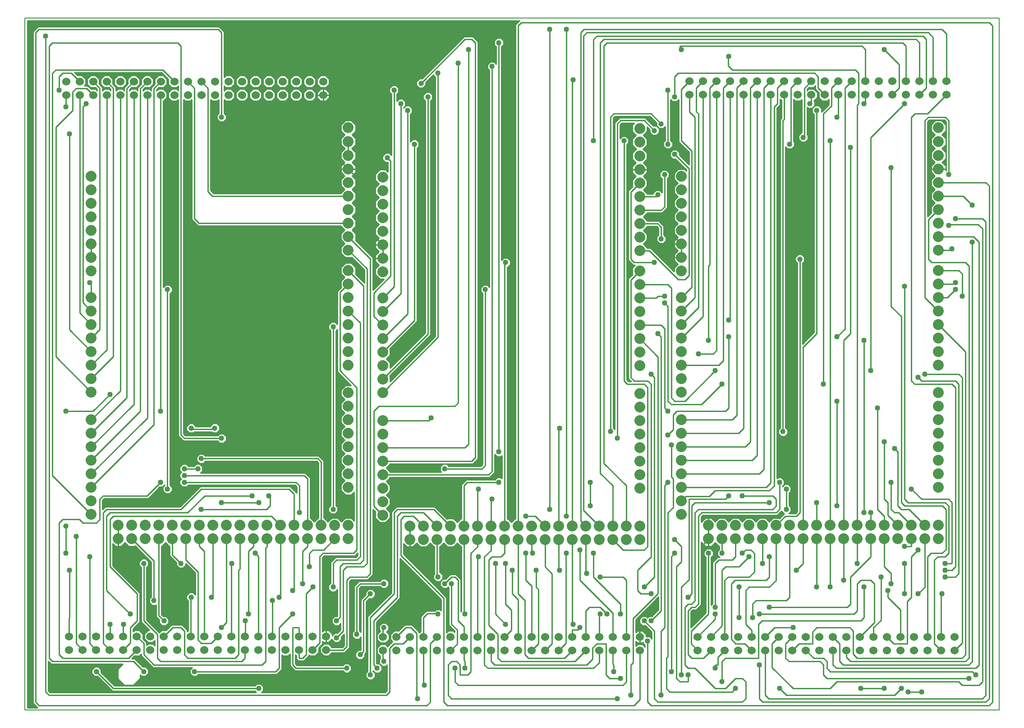
<source format=gbr>
G04 PROTEUS GERBER X2 FILE*
%TF.GenerationSoftware,Labcenter,Proteus,8.6-SP2-Build23525*%
%TF.CreationDate,2019-12-11T18:48:13+00:00*%
%TF.FileFunction,Copper,L2,Bot*%
%TF.FilePolarity,Positive*%
%TF.Part,Single*%
%FSLAX45Y45*%
%MOMM*%
G01*
%TA.AperFunction,Conductor*%
%ADD10C,0.254000*%
%TA.AperFunction,ViaPad*%
%ADD11C,1.016000*%
%TA.AperFunction,WasherPad*%
%ADD12C,1.524000*%
%TA.AperFunction,ComponentPad*%
%ADD13C,2.032000*%
%TA.AperFunction,Profile*%
%ADD14C,0.203200*%
%TD.AperFunction*%
G36*
X-6462299Y+5346459D02*
X-6462299Y+5256656D01*
X-6395344Y+5189701D01*
X-6300656Y+5189701D01*
X-6273799Y+5216558D01*
X-6273799Y+5137442D01*
X-6300656Y+5164299D01*
X-6395344Y+5164299D01*
X-6462299Y+5097344D01*
X-6462299Y+5002656D01*
X-6395344Y+4935701D01*
X-6300656Y+4935701D01*
X-6273799Y+4962558D01*
X-6273799Y-1354541D01*
X-6180541Y-1447799D01*
X-5535923Y-1447799D01*
X-5497823Y-1485899D01*
X-5424177Y-1485899D01*
X-5372101Y-1433823D01*
X-5372101Y-1360177D01*
X-5424177Y-1308101D01*
X-5497823Y-1308101D01*
X-5535923Y-1346201D01*
X-6138459Y-1346201D01*
X-6172201Y-1312459D01*
X-6172201Y+4966558D01*
X-6141344Y+4935701D01*
X-6046656Y+4935701D01*
X-6019799Y+4962558D01*
X-6019799Y+2709459D01*
X-5905500Y+2595160D01*
X-3221458Y+2595160D01*
X-3221458Y+2588094D01*
X-3152323Y+2518959D01*
X-3221458Y+2449824D01*
X-3221458Y+2334094D01*
X-3152323Y+2264959D01*
X-3221458Y+2195824D01*
X-3221458Y+2080094D01*
X-3139624Y+1998260D01*
X-3023894Y+1998260D01*
X-3018897Y+2003257D01*
X-2781299Y+1765659D01*
X-2781299Y+1528339D01*
X-2947057Y+1694097D01*
X-2942060Y+1699094D01*
X-2942060Y+1814824D01*
X-3023894Y+1896658D01*
X-3139624Y+1896658D01*
X-3221458Y+1814824D01*
X-3221458Y+1699094D01*
X-3152323Y+1629959D01*
X-3221458Y+1560824D01*
X-3221458Y+1445094D01*
X-3216461Y+1440097D01*
X-3289299Y+1367259D01*
X-3289299Y+748021D01*
X-3328677Y+787399D01*
X-3402323Y+787399D01*
X-3454399Y+735323D01*
X-3454399Y+661677D01*
X-3416299Y+623577D01*
X-3416299Y-2655577D01*
X-3454399Y-2693677D01*
X-3454399Y-2767323D01*
X-3402323Y-2819399D01*
X-3328677Y-2819399D01*
X-3276601Y-2767323D01*
X-3276601Y-2693677D01*
X-3314701Y-2655577D01*
X-3314701Y+623577D01*
X-3289299Y+648979D01*
X-3289299Y-148041D01*
X-3035298Y-402042D01*
X-3139624Y-402042D01*
X-3221458Y-483876D01*
X-3221458Y-599606D01*
X-3152323Y-668741D01*
X-3221458Y-737876D01*
X-3221458Y-853606D01*
X-3152323Y-922741D01*
X-3221458Y-991876D01*
X-3221458Y-1107606D01*
X-3152323Y-1176741D01*
X-3221458Y-1245876D01*
X-3221458Y-1361606D01*
X-3152323Y-1430741D01*
X-3221458Y-1499876D01*
X-3221458Y-1615606D01*
X-3152323Y-1684741D01*
X-3221458Y-1753876D01*
X-3221458Y-1869606D01*
X-3152323Y-1938741D01*
X-3221458Y-2007876D01*
X-3221458Y-2123606D01*
X-3152323Y-2192741D01*
X-3221458Y-2261876D01*
X-3221458Y-2377606D01*
X-3139624Y-2459440D01*
X-3023894Y-2459440D01*
X-2971799Y-2407345D01*
X-2971799Y-2943337D01*
X-3023894Y-2891242D01*
X-3139624Y-2891242D01*
X-3208759Y-2960377D01*
X-3277894Y-2891242D01*
X-3393624Y-2891242D01*
X-3462759Y-2960377D01*
X-3531894Y-2891242D01*
X-3538960Y-2891242D01*
X-3538960Y-1820459D01*
X-3632218Y-1727201D01*
X-5767077Y-1727201D01*
X-5805177Y-1689101D01*
X-5878823Y-1689101D01*
X-5930899Y-1741177D01*
X-5930899Y-1814823D01*
X-5878823Y-1866899D01*
X-5805177Y-1866899D01*
X-5767077Y-1828799D01*
X-3674300Y-1828799D01*
X-3640558Y-1862541D01*
X-3640558Y-2891242D01*
X-3647624Y-2891242D01*
X-3716759Y-2960377D01*
X-3785894Y-2891242D01*
X-3792960Y-2891242D01*
X-3792960Y-2137959D01*
X-3886218Y-2044701D01*
X-5855979Y-2044701D01*
X-5816601Y-2005323D01*
X-5816601Y-1931677D01*
X-5868677Y-1879601D01*
X-5942323Y-1879601D01*
X-5980423Y-1917701D01*
X-6084577Y-1917701D01*
X-6122677Y-1879601D01*
X-6196323Y-1879601D01*
X-6248399Y-1931677D01*
X-6248399Y-2005323D01*
X-6221722Y-2032000D01*
X-6248399Y-2058677D01*
X-6248399Y-2132323D01*
X-6221722Y-2159000D01*
X-6248399Y-2185677D01*
X-6248399Y-2259323D01*
X-6196323Y-2311399D01*
X-6122677Y-2311399D01*
X-6084577Y-2273299D01*
X-4085041Y-2273299D01*
X-4051299Y-2307041D01*
X-4051299Y-2417361D01*
X-4169958Y-2298702D01*
X-5863042Y-2298702D01*
X-6244041Y-2679701D01*
X-7641041Y-2679701D01*
X-7696201Y-2734861D01*
X-7696201Y-2561041D01*
X-7662458Y-2527298D01*
X-6836958Y-2527298D01*
X-6621059Y-2311399D01*
X-6567177Y-2311399D01*
X-6527799Y-2272021D01*
X-6527799Y-2274577D01*
X-6565899Y-2312677D01*
X-6565899Y-2386323D01*
X-6513823Y-2438399D01*
X-6440177Y-2438399D01*
X-6388101Y-2386323D01*
X-6388101Y-2312677D01*
X-6426201Y-2274577D01*
X-6426201Y+1322077D01*
X-6388101Y+1360177D01*
X-6388101Y+1433823D01*
X-6440177Y+1485899D01*
X-6513823Y+1485899D01*
X-6553201Y+1446521D01*
X-6553201Y+4937156D01*
X-6487701Y+5002656D01*
X-6487701Y+5097344D01*
X-6554656Y+5164299D01*
X-6649344Y+5164299D01*
X-6680201Y+5133442D01*
X-6680201Y+5153959D01*
X-6644459Y+5189701D01*
X-6554656Y+5189701D01*
X-6487701Y+5256656D01*
X-6487701Y+5351344D01*
X-6554656Y+5418299D01*
X-6649344Y+5418299D01*
X-6716299Y+5351344D01*
X-6716299Y+5261541D01*
X-6781799Y+5196041D01*
X-6781799Y+5137442D01*
X-6808656Y+5164299D01*
X-6903344Y+5164299D01*
X-6934201Y+5133442D01*
X-6934201Y+5153959D01*
X-6898459Y+5189701D01*
X-6808656Y+5189701D01*
X-6741701Y+5256656D01*
X-6741701Y+5351344D01*
X-6808656Y+5418299D01*
X-6903344Y+5418299D01*
X-6970299Y+5351344D01*
X-6970299Y+5261541D01*
X-7035799Y+5196041D01*
X-7035799Y+5137442D01*
X-7062656Y+5164299D01*
X-7157344Y+5164299D01*
X-7188201Y+5133442D01*
X-7188201Y+5153959D01*
X-7152459Y+5189701D01*
X-7062656Y+5189701D01*
X-6995701Y+5256656D01*
X-6995701Y+5351344D01*
X-7062656Y+5418299D01*
X-7157344Y+5418299D01*
X-7224299Y+5351344D01*
X-7224299Y+5261541D01*
X-7289799Y+5196041D01*
X-7289799Y+5137442D01*
X-7316656Y+5164299D01*
X-7411344Y+5164299D01*
X-7442201Y+5133442D01*
X-7442201Y+5200041D01*
X-7503701Y+5261541D01*
X-7503701Y+5351344D01*
X-7570656Y+5418299D01*
X-7665344Y+5418299D01*
X-7732299Y+5351344D01*
X-7732299Y+5256656D01*
X-7665344Y+5189701D01*
X-7575541Y+5189701D01*
X-7543799Y+5157959D01*
X-7543799Y+5137442D01*
X-7570656Y+5164299D01*
X-7665344Y+5164299D01*
X-7696201Y+5133442D01*
X-7696201Y+5200041D01*
X-7757701Y+5261541D01*
X-7757701Y+5351344D01*
X-7824656Y+5418299D01*
X-7919344Y+5418299D01*
X-7986299Y+5351344D01*
X-7986299Y+5256656D01*
X-7919344Y+5189701D01*
X-7829541Y+5189701D01*
X-7797799Y+5157959D01*
X-7797799Y+5137442D01*
X-7824656Y+5164299D01*
X-7914459Y+5164299D01*
X-7977959Y+5227799D01*
X-8040558Y+5227799D01*
X-8011701Y+5256656D01*
X-8011701Y+5351344D01*
X-8078656Y+5418299D01*
X-8168459Y+5418299D01*
X-8223861Y+5473701D01*
X-6589541Y+5473701D01*
X-6462299Y+5346459D01*
G37*
%LPC*%
G36*
X-7411344Y+5418299D02*
X-7316656Y+5418299D01*
X-7249701Y+5351344D01*
X-7249701Y+5256656D01*
X-7316656Y+5189701D01*
X-7411344Y+5189701D01*
X-7478299Y+5256656D01*
X-7478299Y+5351344D01*
X-7411344Y+5418299D01*
G37*
G36*
X-5499101Y-1169677D02*
X-5499101Y-1243323D01*
X-5551177Y-1295399D01*
X-5624823Y-1295399D01*
X-5647429Y-1272793D01*
X-5973071Y-1272793D01*
X-5995677Y-1295399D01*
X-6069323Y-1295399D01*
X-6121399Y-1243323D01*
X-6121399Y-1169677D01*
X-6069323Y-1117601D01*
X-5995677Y-1117601D01*
X-5943601Y-1169677D01*
X-5943601Y-1171195D01*
X-5676899Y-1171195D01*
X-5676899Y-1169677D01*
X-5624823Y-1117601D01*
X-5551177Y-1117601D01*
X-5499101Y-1169677D01*
G37*
G36*
X-6381750Y+1891849D02*
X-6381750Y+1918151D01*
X-6363151Y+1936750D01*
X-6336849Y+1936750D01*
X-6318250Y+1918151D01*
X-6318250Y+1891849D01*
X-6336849Y+1873250D01*
X-6363151Y+1873250D01*
X-6381750Y+1891849D01*
G37*
G36*
X-7461250Y-2616651D02*
X-7461250Y-2590349D01*
X-7442651Y-2571750D01*
X-7416349Y-2571750D01*
X-7397750Y-2590349D01*
X-7397750Y-2616651D01*
X-7416349Y-2635250D01*
X-7442651Y-2635250D01*
X-7461250Y-2616651D01*
G37*
%LPD*%
G36*
X+3124201Y+4191000D02*
X+3124201Y+4169959D01*
X+3314701Y+3979459D01*
X+3314701Y+3742139D01*
X+3136899Y+3919941D01*
X+3136899Y+3973823D01*
X+3084823Y+4025899D01*
X+3011177Y+4025899D01*
X+2959101Y+3973823D01*
X+2959101Y+3900177D01*
X+3011177Y+3848101D01*
X+3065059Y+3848101D01*
X+3262521Y+3650639D01*
X+3262521Y+3629543D01*
X+3230106Y+3661958D01*
X+3114376Y+3661958D01*
X+3032542Y+3580124D01*
X+3032542Y+3464394D01*
X+3101677Y+3395259D01*
X+3032542Y+3326124D01*
X+3032542Y+3210394D01*
X+3101677Y+3141259D01*
X+3032542Y+3072124D01*
X+3032542Y+2956394D01*
X+3101677Y+2887259D01*
X+3032542Y+2818124D01*
X+3032542Y+2702394D01*
X+3101677Y+2633259D01*
X+3032542Y+2564124D01*
X+3032542Y+2448394D01*
X+3101677Y+2379259D01*
X+3032542Y+2310124D01*
X+3032542Y+2194394D01*
X+3101677Y+2125259D01*
X+3032542Y+2056124D01*
X+3032542Y+1940394D01*
X+3101677Y+1871259D01*
X+3032542Y+1802124D01*
X+3032542Y+1738298D01*
X+2592082Y+2178758D01*
X+2527940Y+2178758D01*
X+2527940Y+2185824D01*
X+2458805Y+2254959D01*
X+2527940Y+2324094D01*
X+2527940Y+2439824D01*
X+2458805Y+2508959D01*
X+2527940Y+2578094D01*
X+2527940Y+2585160D01*
X+2709459Y+2585160D01*
X+2743202Y+2551417D01*
X+2743201Y+2424423D01*
X+2705101Y+2386323D01*
X+2705101Y+2312677D01*
X+2757177Y+2260601D01*
X+2830823Y+2260601D01*
X+2882899Y+2312677D01*
X+2882899Y+2386323D01*
X+2844799Y+2424423D01*
X+2844798Y+2593501D01*
X+2751541Y+2686758D01*
X+2527940Y+2686758D01*
X+2527940Y+2693824D01*
X+2458805Y+2762959D01*
X+2527940Y+2832094D01*
X+2527940Y+2839160D01*
X+2815041Y+2839160D01*
X+2908299Y+2932418D01*
X+2908299Y+3481077D01*
X+2946399Y+3519177D01*
X+2946399Y+3592823D01*
X+2894323Y+3644899D01*
X+2820677Y+3644899D01*
X+2768601Y+3592823D01*
X+2768601Y+3519177D01*
X+2806701Y+3481077D01*
X+2806701Y+3224521D01*
X+2767323Y+3263899D01*
X+2693677Y+3263899D01*
X+2641601Y+3211823D01*
X+2641601Y+3194758D01*
X+2527940Y+3194758D01*
X+2527940Y+3201824D01*
X+2458805Y+3270959D01*
X+2527940Y+3340094D01*
X+2527940Y+3455824D01*
X+2458805Y+3524959D01*
X+2527940Y+3594094D01*
X+2527940Y+3709824D01*
X+2458805Y+3778959D01*
X+2527940Y+3848094D01*
X+2527940Y+3963824D01*
X+2454305Y+4037459D01*
X+2527940Y+4111094D01*
X+2527940Y+4226824D01*
X+2456955Y+4297809D01*
X+2527940Y+4368794D01*
X+2527940Y+4448720D01*
X+2578101Y+4398559D01*
X+2578101Y+4344677D01*
X+2630177Y+4292601D01*
X+2703823Y+4292601D01*
X+2755899Y+4344677D01*
X+2755899Y+4418323D01*
X+2703823Y+4470399D01*
X+2649941Y+4470399D01*
X+2497541Y+4622799D01*
X+2010959Y+4622799D01*
X+1917701Y+4529541D01*
X+1917701Y-1220479D01*
X+1892299Y-1195077D01*
X+1892299Y+4614459D01*
X+1926041Y+4648201D01*
X+2582459Y+4648201D01*
X+2705101Y+4525559D01*
X+2705101Y+4471677D01*
X+2757177Y+4419601D01*
X+2830823Y+4419601D01*
X+2870201Y+4458979D01*
X+2870201Y+4202423D01*
X+2832101Y+4164323D01*
X+2832101Y+4090677D01*
X+2884177Y+4038601D01*
X+2957823Y+4038601D01*
X+3009899Y+4090677D01*
X+3009899Y+4164323D01*
X+2971799Y+4202423D01*
X+2971799Y+4966979D01*
X+3011177Y+4927601D01*
X+3084823Y+4927601D01*
X+3124201Y+4966979D01*
X+3124201Y+4191000D01*
G37*
G36*
X+5686201Y+5161959D02*
X+5749701Y+5098459D01*
X+5749701Y+5008656D01*
X+5816656Y+4941701D01*
X+5911344Y+4941701D01*
X+5940201Y+4970558D01*
X+5940201Y+4869041D01*
X+5803899Y+4732739D01*
X+5803899Y+4799323D01*
X+5751823Y+4851399D01*
X+5678177Y+4851399D01*
X+5626101Y+4799323D01*
X+5626101Y+4725677D01*
X+5664201Y+4687577D01*
X+5664201Y+592541D01*
X+5448299Y+376639D01*
X+5448299Y+1893577D01*
X+5486399Y+1931677D01*
X+5486399Y+2005323D01*
X+5434323Y+2057399D01*
X+5360677Y+2057399D01*
X+5308601Y+2005323D01*
X+5308601Y+1931677D01*
X+5346701Y+1893577D01*
X+5346701Y-2772959D01*
X+5312959Y-2806701D01*
X+5193021Y-2806701D01*
X+5232399Y-2767323D01*
X+5232399Y-2693677D01*
X+5194299Y-2655577D01*
X+5194299Y-2424423D01*
X+5232399Y-2386323D01*
X+5232399Y-2312677D01*
X+5180323Y-2260601D01*
X+5106677Y-2260601D01*
X+5067299Y-2299979D01*
X+5067299Y-2297423D01*
X+5105399Y-2259323D01*
X+5105399Y-2185677D01*
X+5053323Y-2133601D01*
X+4979677Y-2133601D01*
X+4963999Y-2149279D01*
X+4963999Y+4806659D01*
X+5025799Y+4868459D01*
X+5025799Y+4970558D01*
X+5051201Y+4945156D01*
X+5051201Y+4615041D01*
X+5029201Y+4593041D01*
X+5029201Y-1195077D01*
X+4991101Y-1233177D01*
X+4991101Y-1306823D01*
X+5043177Y-1358899D01*
X+5116823Y-1358899D01*
X+5168899Y-1306823D01*
X+5168899Y-1233177D01*
X+5130799Y-1195077D01*
X+5130799Y+4077979D01*
X+5170177Y+4038601D01*
X+5243823Y+4038601D01*
X+5295899Y+4090677D01*
X+5295899Y+4164323D01*
X+5279799Y+4180423D01*
X+5279799Y+4970558D01*
X+5308656Y+4941701D01*
X+5403344Y+4941701D01*
X+5427550Y+4965907D01*
X+5427550Y+4343399D01*
X+5424177Y+4343399D01*
X+5372101Y+4291323D01*
X+5372101Y+4217677D01*
X+5424177Y+4165601D01*
X+5497823Y+4165601D01*
X+5549899Y+4217677D01*
X+5549899Y+4291323D01*
X+5529148Y+4312074D01*
X+5529148Y+4822630D01*
X+5551177Y+4800601D01*
X+5624823Y+4800601D01*
X+5676899Y+4852677D01*
X+5676899Y+4926323D01*
X+5660799Y+4942423D01*
X+5660799Y+4945156D01*
X+5724299Y+5008656D01*
X+5724299Y+5103344D01*
X+5657344Y+5170299D01*
X+5562656Y+5170299D01*
X+5529148Y+5136791D01*
X+5529148Y+5157308D01*
X+5567541Y+5195701D01*
X+5657344Y+5195701D01*
X+5686201Y+5224558D01*
X+5686201Y+5161959D01*
G37*
%LPC*%
G36*
X+5175250Y-1727651D02*
X+5175250Y-1701349D01*
X+5193849Y-1682750D01*
X+5220151Y-1682750D01*
X+5238750Y-1701349D01*
X+5238750Y-1727651D01*
X+5220151Y-1746250D01*
X+5193849Y-1746250D01*
X+5175250Y-1727651D01*
G37*
G36*
X+5175250Y+1955349D02*
X+5175250Y+1981651D01*
X+5193849Y+2000250D01*
X+5220151Y+2000250D01*
X+5238750Y+1981651D01*
X+5238750Y+1955349D01*
X+5220151Y+1936750D01*
X+5193849Y+1936750D01*
X+5175250Y+1955349D01*
G37*
%LPD*%
G36*
X+8140701Y+4550959D02*
X+8140701Y+3630923D01*
X+8137940Y+3628162D01*
X+8137940Y+3719824D01*
X+8068805Y+3788959D01*
X+8137940Y+3858094D01*
X+8137940Y+3973824D01*
X+8064305Y+4047459D01*
X+8137940Y+4121094D01*
X+8137940Y+4236824D01*
X+8066955Y+4307809D01*
X+8137940Y+4378794D01*
X+8137940Y+4494524D01*
X+8056106Y+4576358D01*
X+7940376Y+4576358D01*
X+7858542Y+4494524D01*
X+7858542Y+4378794D01*
X+7929527Y+4307809D01*
X+7858542Y+4236824D01*
X+7858542Y+4121094D01*
X+7932177Y+4047459D01*
X+7858542Y+3973824D01*
X+7858542Y+3858094D01*
X+7927677Y+3788959D01*
X+7858542Y+3719824D01*
X+7858542Y+3604094D01*
X+7927677Y+3534959D01*
X+7858542Y+3465824D01*
X+7858542Y+3350094D01*
X+7927677Y+3280959D01*
X+7858542Y+3211824D01*
X+7858542Y+3096094D01*
X+7927677Y+3026959D01*
X+7858542Y+2957824D01*
X+7858542Y+2842094D01*
X+7863539Y+2837097D01*
X+7797798Y+2771356D01*
X+7797798Y+4550958D01*
X+7831541Y+4584701D01*
X+8106959Y+4584701D01*
X+8140701Y+4550959D01*
G37*
G36*
X+2248542Y+4484524D02*
X+2248542Y+4368794D01*
X+2319527Y+4297809D01*
X+2248542Y+4226824D01*
X+2248542Y+4111094D01*
X+2322177Y+4037459D01*
X+2248542Y+3963824D01*
X+2248542Y+3848094D01*
X+2317677Y+3778959D01*
X+2248542Y+3709824D01*
X+2248542Y+3594094D01*
X+2317677Y+3524959D01*
X+2248542Y+3455824D01*
X+2248542Y+3340094D01*
X+2253539Y+3335097D01*
X+2171701Y+3253259D01*
X+2171701Y+1947459D01*
X+2264959Y+1854201D01*
X+2297919Y+1854201D01*
X+2248542Y+1804824D01*
X+2248542Y+1689094D01*
X+2253539Y+1684097D01*
X+2171701Y+1602259D01*
X+2171701Y-275041D01*
X+2226861Y-330201D01*
X+2180041Y-330201D01*
X+2146298Y-296458D01*
X+2146299Y+4116077D01*
X+2184399Y+4154177D01*
X+2184399Y+4227823D01*
X+2132323Y+4279899D01*
X+2058677Y+4279899D01*
X+2019299Y+4240521D01*
X+2019299Y+4487459D01*
X+2053041Y+4521201D01*
X+2285219Y+4521201D01*
X+2248542Y+4484524D01*
G37*
G36*
X-290823Y-1739899D02*
X-217177Y-1739899D01*
X-202558Y-1725280D01*
X-202558Y-2148220D01*
X-217177Y-2133601D01*
X-290823Y-2133601D01*
X-328923Y-2171701D01*
X-871300Y-2171701D01*
X-964558Y-2264959D01*
X-964558Y-2901242D01*
X-971624Y-2901242D01*
X-1040759Y-2970377D01*
X-1109894Y-2901242D01*
X-1225624Y-2901242D01*
X-1230621Y-2906239D01*
X-1457159Y-2679701D01*
X-2180041Y-2679701D01*
X-2273299Y-2772959D01*
X-2273299Y-4296959D01*
X-2717799Y-4741459D01*
X-2717799Y-5767077D01*
X-2755899Y-5805177D01*
X-2755899Y-5878823D01*
X-2703823Y-5930899D01*
X-2630177Y-5930899D01*
X-2578101Y-5878823D01*
X-2578101Y-5805177D01*
X-2616201Y-5767077D01*
X-2616201Y-5764521D01*
X-2576823Y-5803899D01*
X-2503177Y-5803899D01*
X-2451101Y-5751823D01*
X-2451101Y-5678177D01*
X-2503177Y-5626101D01*
X-2552702Y-5626101D01*
X-2552702Y-4847042D01*
X-2108201Y-4402541D01*
X-2108201Y-3652269D01*
X-1339558Y-4420912D01*
X-1339558Y-4630720D01*
X-1360177Y-4610101D01*
X-1433823Y-4610101D01*
X-1460458Y-4636736D01*
X-1615835Y-4636736D01*
X-1720558Y-4741459D01*
X-1720558Y-5016197D01*
X-1745960Y-5041599D01*
X-1745960Y-5040200D01*
X-1883959Y-4902201D01*
X-2024758Y-4902201D01*
X-2135300Y-5012742D01*
X-2225103Y-5012742D01*
X-2292058Y-5079697D01*
X-2292058Y-5174385D01*
X-2253371Y-5213072D01*
X-2345728Y-5305429D01*
X-2384415Y-5266742D01*
X-2479103Y-5266742D01*
X-2546058Y-5333697D01*
X-2546058Y-5428385D01*
X-2482558Y-5491885D01*
X-2482558Y-5531836D01*
X-2501899Y-5551177D01*
X-2501899Y-5624823D01*
X-2449823Y-5676899D01*
X-2376177Y-5676899D01*
X-2355557Y-5656279D01*
X-2355557Y-6138458D01*
X-2389300Y-6172201D01*
X-4712979Y-6172201D01*
X-4673601Y-6132823D01*
X-4673601Y-6059177D01*
X-4725677Y-6007101D01*
X-4799323Y-6007101D01*
X-4837423Y-6045201D01*
X-7471959Y-6045201D01*
X-7721601Y-5795559D01*
X-7721601Y-5741677D01*
X-7773677Y-5689601D01*
X-7847323Y-5689601D01*
X-7899399Y-5741677D01*
X-7899399Y-5815323D01*
X-7847323Y-5867399D01*
X-7793441Y-5867399D01*
X-7514041Y-6146799D01*
X-4837423Y-6146799D01*
X-4812021Y-6172201D01*
X-8678459Y-6172201D01*
X-8712201Y-6138459D01*
X-8712201Y-5583639D01*
X-8657041Y-5638799D01*
X-7320884Y-5638799D01*
X-7414858Y-5732773D01*
X-7414858Y-5909309D01*
X-7290027Y-6034140D01*
X-7113491Y-6034140D01*
X-6988660Y-5909309D01*
X-6988660Y-5837062D01*
X-6958323Y-5867399D01*
X-6884677Y-5867399D01*
X-6832601Y-5815323D01*
X-6832601Y-5741677D01*
X-6884677Y-5689601D01*
X-6938559Y-5689601D01*
X-7090959Y-5537201D01*
X-7148079Y-5537201D01*
X-7096218Y-5485340D01*
X-7006415Y-5485340D01*
X-6972299Y-5451224D01*
X-6972299Y-5482041D01*
X-6752041Y-5702299D01*
X-6018521Y-5702299D01*
X-6057899Y-5741677D01*
X-6057899Y-5815323D01*
X-6005823Y-5867399D01*
X-5932177Y-5867399D01*
X-5894077Y-5829299D01*
X-4423959Y-5829299D01*
X-4330701Y-5736041D01*
X-4330701Y-5461742D01*
X-4307103Y-5485340D01*
X-4212415Y-5485340D01*
X-4178299Y-5451224D01*
X-4178299Y-5672541D01*
X-4085041Y-5765799D01*
X-3186423Y-5765799D01*
X-3148323Y-5803899D01*
X-3074677Y-5803899D01*
X-3022601Y-5751823D01*
X-3022601Y-5678177D01*
X-3074677Y-5626101D01*
X-3148323Y-5626101D01*
X-3186423Y-5664201D01*
X-4042959Y-5664201D01*
X-4076701Y-5630459D01*
X-4076701Y-5461742D01*
X-4056558Y-5481885D01*
X-4056558Y-5545540D01*
X-4026800Y-5575298D01*
X-3915958Y-5575298D01*
X-3822701Y-5482041D01*
X-3822701Y-5461742D01*
X-3799103Y-5485340D01*
X-3704415Y-5485340D01*
X-3637460Y-5418385D01*
X-3637460Y-5328582D01*
X-3568701Y-5259823D01*
X-3568701Y-5207742D01*
X-3545103Y-5231340D01*
X-3450415Y-5231340D01*
X-3390899Y-5171824D01*
X-3390899Y-5180323D01*
X-3338823Y-5232399D01*
X-3265177Y-5232399D01*
X-3213101Y-5180323D01*
X-3213101Y-5126441D01*
X-3162299Y-5075639D01*
X-3162299Y-5286500D01*
X-3196041Y-5320242D01*
X-3386915Y-5320242D01*
X-3450415Y-5256742D01*
X-3545103Y-5256742D01*
X-3612058Y-5323697D01*
X-3612058Y-5418385D01*
X-3545103Y-5485340D01*
X-3450415Y-5485340D01*
X-3386915Y-5421840D01*
X-3153959Y-5421840D01*
X-3060701Y-5328582D01*
X-3060701Y-4085041D01*
X-3026959Y-4051299D01*
X-2709459Y-4051299D01*
X-2616201Y-3958041D01*
X-2616201Y-2731139D01*
X-2572461Y-2774879D01*
X-2577458Y-2779876D01*
X-2577458Y-2895606D01*
X-2495624Y-2977440D01*
X-2379894Y-2977440D01*
X-2298060Y-2895606D01*
X-2298060Y-2779876D01*
X-2367195Y-2710741D01*
X-2298060Y-2641606D01*
X-2298060Y-2525876D01*
X-2367195Y-2456741D01*
X-2298060Y-2387606D01*
X-2298060Y-2271876D01*
X-2367195Y-2202741D01*
X-2298060Y-2133606D01*
X-2298060Y-2126540D01*
X-423459Y-2126540D01*
X-330201Y-2033282D01*
X-330201Y-1700521D01*
X-290823Y-1739899D01*
G37*
%LPC*%
G36*
X-2324101Y-4916177D02*
X-2324101Y-4989823D01*
X-2365718Y-5031440D01*
X-2317460Y-5079697D01*
X-2317460Y-5174385D01*
X-2384415Y-5241340D01*
X-2479103Y-5241340D01*
X-2546058Y-5174385D01*
X-2546058Y-5079697D01*
X-2482558Y-5016197D01*
X-2482558Y-5009164D01*
X-2501899Y-4989823D01*
X-2501899Y-4916177D01*
X-2449823Y-4864101D01*
X-2376177Y-4864101D01*
X-2324101Y-4916177D01*
G37*
G36*
X-2324101Y-4090677D02*
X-2324101Y-4164323D01*
X-2376177Y-4216399D01*
X-2449823Y-4216399D01*
X-2487923Y-4178299D01*
X-2836459Y-4178299D01*
X-2870201Y-4212041D01*
X-2870201Y-5005077D01*
X-2844799Y-5030479D01*
X-2844799Y-4423959D01*
X-2755899Y-4335059D01*
X-2755899Y-4281177D01*
X-2703823Y-4229101D01*
X-2630177Y-4229101D01*
X-2578101Y-4281177D01*
X-2578101Y-4354823D01*
X-2630177Y-4406899D01*
X-2684059Y-4406899D01*
X-2743201Y-4466041D01*
X-2743201Y-5418541D01*
X-2768601Y-5443941D01*
X-2768601Y-5497823D01*
X-2820677Y-5549899D01*
X-2894323Y-5549899D01*
X-2946399Y-5497823D01*
X-2946399Y-5424177D01*
X-2894323Y-5372101D01*
X-2844799Y-5372101D01*
X-2844799Y-5129521D01*
X-2884177Y-5168899D01*
X-2957823Y-5168899D01*
X-3009899Y-5116823D01*
X-3009899Y-5043177D01*
X-2971799Y-5005077D01*
X-2971799Y-4169959D01*
X-2878541Y-4076701D01*
X-2487923Y-4076701D01*
X-2449823Y-4038601D01*
X-2376177Y-4038601D01*
X-2324101Y-4090677D01*
G37*
%LPD*%
G36*
X+5054601Y-2767323D02*
X+5098310Y-2811032D01*
X+5013103Y-2896239D01*
X+5008106Y-2891242D01*
X+4892376Y-2891242D01*
X+4823241Y-2960377D01*
X+4754106Y-2891242D01*
X+4638376Y-2891242D01*
X+4569241Y-2960377D01*
X+4500106Y-2891242D01*
X+4384376Y-2891242D01*
X+4315241Y-2960377D01*
X+4246106Y-2891242D01*
X+4130376Y-2891242D01*
X+4061241Y-2960377D01*
X+3992106Y-2891242D01*
X+3876376Y-2891242D01*
X+3807241Y-2960377D01*
X+3738106Y-2891242D01*
X+3622376Y-2891242D01*
X+3543298Y-2970320D01*
X+3543298Y-2878542D01*
X+3577041Y-2844799D01*
X+4974041Y-2844799D01*
X+5054601Y-2764239D01*
X+5054601Y-2767323D01*
G37*
G36*
X+66321Y+6385920D02*
X+51443Y+6371042D01*
X+51443Y+6350000D01*
X+51442Y-2901242D01*
X+44376Y-2901242D01*
X-24759Y-2970377D01*
X-93894Y-2901242D01*
X-100960Y-2901242D01*
X-100960Y+1816101D01*
X-90177Y+1816101D01*
X-38101Y+1868177D01*
X-38101Y+1941823D01*
X-90177Y+1993899D01*
X-163823Y+1993899D01*
X-203201Y+1954521D01*
X-203201Y+5957577D01*
X-165101Y+5995677D01*
X-165101Y+6069323D01*
X-217177Y+6121399D01*
X-290823Y+6121399D01*
X-342899Y+6069323D01*
X-342899Y+5995677D01*
X-304799Y+5957577D01*
X-304799Y+5637521D01*
X-344177Y+5676899D01*
X-417823Y+5676899D01*
X-469899Y+5624823D01*
X-469899Y+5551177D01*
X-431799Y+5513077D01*
X-431799Y+1446521D01*
X-471177Y+1485899D01*
X-544823Y+1485899D01*
X-596899Y+1433823D01*
X-596899Y+1360177D01*
X-558799Y+1322077D01*
X-558798Y-1883958D01*
X-592541Y-1917701D01*
X-1195077Y-1917701D01*
X-1233177Y-1879601D01*
X-1306823Y-1879601D01*
X-1358899Y-1931677D01*
X-1358899Y-2005323D01*
X-1339280Y-2024942D01*
X-2298060Y-2024942D01*
X-2298060Y-2017876D01*
X-2367195Y-1948741D01*
X-2298060Y-1879606D01*
X-2298060Y-1872540D01*
X-740959Y-1872540D01*
X-647701Y-1779282D01*
X-647701Y+6053541D01*
X-740959Y+6146799D01*
X-910041Y+6146799D01*
X-1697441Y+5359399D01*
X-1751323Y+5359399D01*
X-1803399Y+5307323D01*
X-1803399Y+5233677D01*
X-1751323Y+5181601D01*
X-1677677Y+5181601D01*
X-1625601Y+5233677D01*
X-1625601Y+5287559D01*
X-1485899Y+5427261D01*
X-1485899Y+5424177D01*
X-1447799Y+5386077D01*
X-1447799Y+522759D01*
X-2298060Y-327502D01*
X-2298060Y-227176D01*
X-2303057Y-222179D01*
X-1536701Y+544177D01*
X-1536701Y+4941577D01*
X-1498601Y+4979677D01*
X-1498601Y+5053323D01*
X-1550677Y+5105399D01*
X-1624323Y+5105399D01*
X-1676399Y+5053323D01*
X-1676399Y+4979677D01*
X-1638299Y+4941577D01*
X-1638299Y+586259D01*
X-2298060Y-73502D01*
X-2298060Y+26824D01*
X-2367195Y+95959D01*
X-2298060Y+165094D01*
X-2298060Y+280824D01*
X-2303057Y+285821D01*
X-1790701Y+798177D01*
X-1790701Y+4052577D01*
X-1752601Y+4090677D01*
X-1752601Y+4164323D01*
X-1804677Y+4216399D01*
X-1878323Y+4216399D01*
X-1917701Y+4177021D01*
X-1917701Y+4687577D01*
X-1879601Y+4725677D01*
X-1879601Y+4799323D01*
X-1931677Y+4851399D01*
X-2005323Y+4851399D01*
X-2044701Y+4812021D01*
X-2044701Y+4814577D01*
X-2006601Y+4852677D01*
X-2006601Y+4926323D01*
X-2058677Y+4978399D01*
X-2132323Y+4978399D01*
X-2171701Y+4939021D01*
X-2171701Y+5068577D01*
X-2133601Y+5106677D01*
X-2133601Y+5180323D01*
X-2185677Y+5232399D01*
X-2259323Y+5232399D01*
X-2311399Y+5180323D01*
X-2311399Y+5106677D01*
X-2273299Y+5068577D01*
X-2273299Y+3923021D01*
X-2312677Y+3962399D01*
X-2386323Y+3962399D01*
X-2438399Y+3910323D01*
X-2438399Y+3836677D01*
X-2386323Y+3784601D01*
X-2336799Y+3784601D01*
X-2336799Y+3608863D01*
X-2379894Y+3651958D01*
X-2495624Y+3651958D01*
X-2577458Y+3570124D01*
X-2577458Y+3454394D01*
X-2508323Y+3385259D01*
X-2577458Y+3316124D01*
X-2577458Y+3200394D01*
X-2508323Y+3131259D01*
X-2577458Y+3062124D01*
X-2577458Y+2946394D01*
X-2508323Y+2877259D01*
X-2577458Y+2808124D01*
X-2577458Y+2692394D01*
X-2508323Y+2623259D01*
X-2577458Y+2554124D01*
X-2577458Y+2438394D01*
X-2508323Y+2369259D01*
X-2577458Y+2300124D01*
X-2577458Y+2184394D01*
X-2508323Y+2115259D01*
X-2577458Y+2046124D01*
X-2577458Y+1930394D01*
X-2508323Y+1861259D01*
X-2577458Y+1792124D01*
X-2577458Y+1676394D01*
X-2495624Y+1594560D01*
X-2414280Y+1594560D01*
X-2616201Y+1392639D01*
X-2616201Y+1998241D01*
X-2947057Y+2329097D01*
X-2942060Y+2334094D01*
X-2942060Y+2449824D01*
X-3011195Y+2518959D01*
X-2942060Y+2588094D01*
X-2942060Y+2703824D01*
X-3011195Y+2772959D01*
X-2942060Y+2842094D01*
X-2942060Y+2957824D01*
X-3011195Y+3026959D01*
X-2942060Y+3096094D01*
X-2942060Y+3211824D01*
X-3011195Y+3280959D01*
X-2942060Y+3350094D01*
X-2942060Y+3465824D01*
X-3011195Y+3534959D01*
X-2942060Y+3604094D01*
X-2942060Y+3719824D01*
X-3011195Y+3788959D01*
X-2942060Y+3858094D01*
X-2942060Y+3973824D01*
X-3015695Y+4047459D01*
X-2942060Y+4121094D01*
X-2942060Y+4236824D01*
X-3013045Y+4307809D01*
X-2942060Y+4378794D01*
X-2942060Y+4494524D01*
X-3023894Y+4576358D01*
X-3139624Y+4576358D01*
X-3221458Y+4494524D01*
X-3221458Y+4378794D01*
X-3150473Y+4307809D01*
X-3221458Y+4236824D01*
X-3221458Y+4121094D01*
X-3147823Y+4047459D01*
X-3221458Y+3973824D01*
X-3221458Y+3858094D01*
X-3152323Y+3788959D01*
X-3221458Y+3719824D01*
X-3221458Y+3604094D01*
X-3152323Y+3534959D01*
X-3221458Y+3465824D01*
X-3221458Y+3350094D01*
X-3152323Y+3280959D01*
X-3221458Y+3211824D01*
X-3221458Y+3204758D01*
X-5609418Y+3204758D01*
X-5664201Y+3259541D01*
X-5664201Y+4966558D01*
X-5633344Y+4935701D01*
X-5538656Y+4935701D01*
X-5511799Y+4962558D01*
X-5511799Y+4710423D01*
X-5549899Y+4672323D01*
X-5549899Y+4598677D01*
X-5497823Y+4546601D01*
X-5424177Y+4546601D01*
X-5372101Y+4598677D01*
X-5372101Y+4672323D01*
X-5410201Y+4710423D01*
X-5410201Y+4966558D01*
X-5379344Y+4935701D01*
X-5284656Y+4935701D01*
X-5217701Y+5002656D01*
X-5217701Y+5097344D01*
X-5284656Y+5164299D01*
X-5379344Y+5164299D01*
X-5410201Y+5133442D01*
X-5410201Y+5220558D01*
X-5379344Y+5189701D01*
X-5284656Y+5189701D01*
X-5217701Y+5256656D01*
X-5217701Y+5351344D01*
X-5284656Y+5418299D01*
X-5379344Y+5418299D01*
X-5410201Y+5387442D01*
X-5410201Y+6244041D01*
X-5503458Y+6337298D01*
X-8911042Y+6337298D01*
X-9004299Y+6244041D01*
X-9004299Y-6371041D01*
X-8921858Y-6453482D01*
X-9106001Y-6453482D01*
X-9106001Y+6450000D01*
X+130401Y+6450000D01*
X+66321Y+6385920D01*
G37*
%LPC*%
G36*
X-5125344Y+5164299D02*
X-5030656Y+5164299D01*
X-4963701Y+5097344D01*
X-4963701Y+5002656D01*
X-5030656Y+4935701D01*
X-5125344Y+4935701D01*
X-5192299Y+5002656D01*
X-5192299Y+5097344D01*
X-5125344Y+5164299D01*
G37*
G36*
X-5125344Y+5418299D02*
X-5030656Y+5418299D01*
X-4963701Y+5351344D01*
X-4963701Y+5256656D01*
X-5030656Y+5189701D01*
X-5125344Y+5189701D01*
X-5192299Y+5256656D01*
X-5192299Y+5351344D01*
X-5125344Y+5418299D01*
G37*
G36*
X-4871344Y+5164299D02*
X-4776656Y+5164299D01*
X-4709701Y+5097344D01*
X-4709701Y+5002656D01*
X-4776656Y+4935701D01*
X-4871344Y+4935701D01*
X-4938299Y+5002656D01*
X-4938299Y+5097344D01*
X-4871344Y+5164299D01*
G37*
G36*
X-4871344Y+5418299D02*
X-4776656Y+5418299D01*
X-4709701Y+5351344D01*
X-4709701Y+5256656D01*
X-4776656Y+5189701D01*
X-4871344Y+5189701D01*
X-4938299Y+5256656D01*
X-4938299Y+5351344D01*
X-4871344Y+5418299D01*
G37*
G36*
X-4617344Y+5164299D02*
X-4522656Y+5164299D01*
X-4455701Y+5097344D01*
X-4455701Y+5002656D01*
X-4522656Y+4935701D01*
X-4617344Y+4935701D01*
X-4684299Y+5002656D01*
X-4684299Y+5097344D01*
X-4617344Y+5164299D01*
G37*
G36*
X-4617344Y+5418299D02*
X-4522656Y+5418299D01*
X-4455701Y+5351344D01*
X-4455701Y+5256656D01*
X-4522656Y+5189701D01*
X-4617344Y+5189701D01*
X-4684299Y+5256656D01*
X-4684299Y+5351344D01*
X-4617344Y+5418299D01*
G37*
G36*
X-4363344Y+5164299D02*
X-4268656Y+5164299D01*
X-4201701Y+5097344D01*
X-4201701Y+5002656D01*
X-4268656Y+4935701D01*
X-4363344Y+4935701D01*
X-4430299Y+5002656D01*
X-4430299Y+5097344D01*
X-4363344Y+5164299D01*
G37*
G36*
X-4363344Y+5418299D02*
X-4268656Y+5418299D01*
X-4201701Y+5351344D01*
X-4201701Y+5256656D01*
X-4268656Y+5189701D01*
X-4363344Y+5189701D01*
X-4430299Y+5256656D01*
X-4430299Y+5351344D01*
X-4363344Y+5418299D01*
G37*
G36*
X-4109344Y+5164299D02*
X-4014656Y+5164299D01*
X-3947701Y+5097344D01*
X-3947701Y+5002656D01*
X-4014656Y+4935701D01*
X-4109344Y+4935701D01*
X-4176299Y+5002656D01*
X-4176299Y+5097344D01*
X-4109344Y+5164299D01*
G37*
G36*
X-4109344Y+5418299D02*
X-4014656Y+5418299D01*
X-3947701Y+5351344D01*
X-3947701Y+5256656D01*
X-4014656Y+5189701D01*
X-4109344Y+5189701D01*
X-4176299Y+5256656D01*
X-4176299Y+5351344D01*
X-4109344Y+5418299D01*
G37*
G36*
X-3855344Y+5164299D02*
X-3760656Y+5164299D01*
X-3693701Y+5097344D01*
X-3693701Y+5002656D01*
X-3760656Y+4935701D01*
X-3855344Y+4935701D01*
X-3922299Y+5002656D01*
X-3922299Y+5097344D01*
X-3855344Y+5164299D01*
G37*
G36*
X-3855344Y+5418299D02*
X-3760656Y+5418299D01*
X-3693701Y+5351344D01*
X-3693701Y+5256656D01*
X-3760656Y+5189701D01*
X-3855344Y+5189701D01*
X-3922299Y+5256656D01*
X-3922299Y+5351344D01*
X-3855344Y+5418299D01*
G37*
G36*
X-3601344Y+5164299D02*
X-3506656Y+5164299D01*
X-3439701Y+5097344D01*
X-3439701Y+5002656D01*
X-3506656Y+4935701D01*
X-3601344Y+4935701D01*
X-3668299Y+5002656D01*
X-3668299Y+5097344D01*
X-3601344Y+5164299D01*
G37*
G36*
X-3601344Y+5418299D02*
X-3506656Y+5418299D01*
X-3439701Y+5351344D01*
X-3439701Y+5256656D01*
X-3506656Y+5189701D01*
X-3601344Y+5189701D01*
X-3668299Y+5256656D01*
X-3668299Y+5351344D01*
X-3601344Y+5418299D01*
G37*
G36*
X-31750Y+1510849D02*
X-31750Y+1537151D01*
X-13151Y+1555750D01*
X+13151Y+1555750D01*
X+31750Y+1537151D01*
X+31750Y+1510849D01*
X+13151Y+1492250D01*
X-13151Y+1492250D01*
X-31750Y+1510849D01*
G37*
G36*
X-31750Y-2870651D02*
X-31750Y-2844349D01*
X-13151Y-2825750D01*
X+13151Y-2825750D01*
X+31750Y-2844349D01*
X+31750Y-2870651D01*
X+13151Y-2889250D01*
X-13151Y-2889250D01*
X-31750Y-2870651D01*
G37*
%LPD*%
G36*
X-971624Y-3434640D02*
X-964558Y-3434640D01*
X-964558Y-4648836D01*
X-965201Y-4649479D01*
X-965201Y-4042959D01*
X-1058459Y-3949701D01*
X-1164041Y-3949701D01*
X-1252941Y-4038601D01*
X-1306823Y-4038601D01*
X-1358899Y-4090677D01*
X-1358899Y-4164323D01*
X-1306823Y-4216399D01*
X-1233177Y-4216399D01*
X-1206500Y-4189722D01*
X-1193799Y-4202423D01*
X-1193799Y-4910541D01*
X-1092053Y-5012287D01*
X-1092053Y-5035104D01*
X-1114415Y-5012742D01*
X-1209103Y-5012742D01*
X-1237960Y-5041599D01*
X-1237960Y-4378830D01*
X-2044701Y-3572089D01*
X-2044701Y-3377563D01*
X-1987624Y-3434640D01*
X-1871894Y-3434640D01*
X-1802759Y-3365505D01*
X-1733624Y-3434640D01*
X-1617894Y-3434640D01*
X-1548759Y-3365505D01*
X-1479624Y-3434640D01*
X-1472558Y-3434640D01*
X-1472558Y-3950336D01*
X-1485899Y-3963677D01*
X-1485899Y-4037323D01*
X-1433823Y-4089399D01*
X-1360177Y-4089399D01*
X-1308101Y-4037323D01*
X-1308101Y-3963677D01*
X-1360177Y-3911601D01*
X-1370960Y-3911601D01*
X-1370960Y-3434640D01*
X-1363894Y-3434640D01*
X-1294759Y-3365505D01*
X-1225624Y-3434640D01*
X-1109894Y-3434640D01*
X-1040759Y-3365505D01*
X-971624Y-3434640D01*
G37*
G36*
X+3622376Y-3424640D02*
X+3738106Y-3424640D01*
X+3807241Y-3355505D01*
X+3876376Y-3424640D01*
X+3886201Y-3424640D01*
X+3886201Y-3481077D01*
X+3848101Y-3519177D01*
X+3848101Y-3592823D01*
X+3887479Y-3632201D01*
X+3852459Y-3632201D01*
X+3759202Y-3725458D01*
X+3759202Y-3746500D01*
X+3759201Y-4497077D01*
X+3733799Y-4522479D01*
X+3733799Y-3630923D01*
X+3771899Y-3592823D01*
X+3771899Y-3519177D01*
X+3719823Y-3467101D01*
X+3646177Y-3467101D01*
X+3594101Y-3519177D01*
X+3594101Y-3592823D01*
X+3632201Y-3630923D01*
X+3632201Y-4670829D01*
X+3352798Y-4950232D01*
X+3352798Y-4656542D01*
X+3386541Y-4622799D01*
X+3450041Y-4622799D01*
X+3543298Y-4529542D01*
X+3543298Y-3345562D01*
X+3622376Y-3424640D01*
G37*
%LPC*%
G36*
X+3397250Y-4712151D02*
X+3397250Y-4685849D01*
X+3415849Y-4667250D01*
X+3442151Y-4667250D01*
X+3460750Y-4685849D01*
X+3460750Y-4712151D01*
X+3442151Y-4730750D01*
X+3415849Y-4730750D01*
X+3397250Y-4712151D01*
G37*
%LPD*%
G36*
X+2743201Y-4614459D02*
X+2620559Y-4737101D01*
X+2566677Y-4737101D01*
X+2540000Y-4763778D01*
X+2513323Y-4737101D01*
X+2439677Y-4737101D01*
X+2387601Y-4789177D01*
X+2387601Y-4862823D01*
X+2439677Y-4914899D01*
X+2493559Y-4914899D01*
X+2616201Y-5037541D01*
X+2616201Y-5157479D01*
X+2576823Y-5118101D01*
X+2508540Y-5118101D01*
X+2508540Y-5079697D01*
X+2441585Y-5012742D01*
X+2346897Y-5012742D01*
X+2318039Y-5041600D01*
X+2318039Y-4802301D01*
X+2743201Y-4377139D01*
X+2743201Y-4614459D01*
G37*
%LPC*%
G36*
X+2444750Y-4712151D02*
X+2444750Y-4685849D01*
X+2463349Y-4667250D01*
X+2489651Y-4667250D01*
X+2508250Y-4685849D01*
X+2508250Y-4712151D01*
X+2489651Y-4730750D01*
X+2463349Y-4730750D01*
X+2444750Y-4712151D01*
G37*
%LPD*%
G36*
X-6441624Y-3424640D02*
X-6434558Y-3424640D01*
X-6434558Y-3606782D01*
X-6311899Y-3729441D01*
X-6311899Y-3783323D01*
X-6259823Y-3835399D01*
X-6186177Y-3835399D01*
X-6134101Y-3783323D01*
X-6134101Y-3750498D01*
X-5956299Y-3928300D01*
X-5956299Y-4331979D01*
X-5995677Y-4292601D01*
X-6069323Y-4292601D01*
X-6121399Y-4344677D01*
X-6121399Y-4418323D01*
X-6088558Y-4451164D01*
X-6088558Y-5006197D01*
X-6108701Y-5026340D01*
X-6108701Y-4995459D01*
X-6201959Y-4902201D01*
X-6402759Y-4902201D01*
X-6503300Y-5002742D01*
X-6593103Y-5002742D01*
X-6633010Y-5042650D01*
X-6870701Y-4804959D01*
X-6870701Y-3821423D01*
X-6832601Y-3783323D01*
X-6832601Y-3709677D01*
X-6884677Y-3657601D01*
X-6958323Y-3657601D01*
X-7010399Y-3709677D01*
X-7010399Y-3783323D01*
X-6972299Y-3821423D01*
X-6972299Y-4847041D01*
X-6816598Y-5002742D01*
X-6847103Y-5002742D01*
X-6914058Y-5069697D01*
X-6914058Y-5164385D01*
X-6847103Y-5231340D01*
X-6752415Y-5231340D01*
X-6718299Y-5197224D01*
X-6718299Y-5290858D01*
X-6752415Y-5256742D01*
X-6847103Y-5256742D01*
X-6870701Y-5280340D01*
X-6870701Y-5228259D01*
X-6939460Y-5159500D01*
X-6939460Y-5069697D01*
X-7006415Y-5002742D01*
X-7101103Y-5002742D01*
X-7124701Y-5026340D01*
X-7124701Y-4974041D01*
X-6997701Y-4847041D01*
X-6997701Y-4296959D01*
X-7505701Y-3788959D01*
X-7505701Y-3376563D01*
X-7457624Y-3424640D01*
X-7341894Y-3424640D01*
X-7272759Y-3355505D01*
X-7203624Y-3424640D01*
X-7087894Y-3424640D01*
X-7082897Y-3419643D01*
X-6781799Y-3720741D01*
X-6781799Y-4370077D01*
X-6819899Y-4408177D01*
X-6819899Y-4481823D01*
X-6767823Y-4533899D01*
X-6694177Y-4533899D01*
X-6688558Y-4528280D01*
X-6688558Y-4749782D01*
X-6629399Y-4808941D01*
X-6629399Y-4862823D01*
X-6577323Y-4914899D01*
X-6503677Y-4914899D01*
X-6451601Y-4862823D01*
X-6451601Y-4789177D01*
X-6503677Y-4737101D01*
X-6557559Y-4737101D01*
X-6586960Y-4707700D01*
X-6586960Y-3424640D01*
X-6579894Y-3424640D01*
X-6510759Y-3355505D01*
X-6441624Y-3424640D01*
G37*
%LPC*%
G36*
X-7461250Y-3632651D02*
X-7461250Y-3606349D01*
X-7442651Y-3587750D01*
X-7416349Y-3587750D01*
X-7397750Y-3606349D01*
X-7397750Y-3632651D01*
X-7416349Y-3651250D01*
X-7442651Y-3651250D01*
X-7461250Y-3632651D01*
G37*
%LPD*%
G36*
X-2908299Y-3598459D02*
X-2942041Y-3632201D01*
X-3323041Y-3632201D01*
X-3416299Y-3725459D01*
X-3416299Y-4116077D01*
X-3454399Y-4154177D01*
X-3454399Y-4227823D01*
X-3402323Y-4279899D01*
X-3328677Y-4279899D01*
X-3289299Y-4240521D01*
X-3289299Y-4737101D01*
X-3338823Y-4737101D01*
X-3390899Y-4789177D01*
X-3390899Y-4862823D01*
X-3338823Y-4914899D01*
X-3265177Y-4914899D01*
X-3225799Y-4875521D01*
X-3225799Y-4995459D01*
X-3284941Y-5054601D01*
X-3338823Y-5054601D01*
X-3383460Y-5099238D01*
X-3383460Y-5069697D01*
X-3450415Y-5002742D01*
X-3545103Y-5002742D01*
X-3568701Y-5026340D01*
X-3568701Y-3640541D01*
X-3534959Y-3606799D01*
X-2963459Y-3606799D01*
X-2908299Y-3551639D01*
X-2908299Y-3598459D01*
G37*
%LPC*%
G36*
X-3524250Y-3696151D02*
X-3524250Y-3669849D01*
X-3505651Y-3651250D01*
X-3479349Y-3651250D01*
X-3460750Y-3669849D01*
X-3460750Y-3696151D01*
X-3479349Y-3714750D01*
X-3505651Y-3714750D01*
X-3524250Y-3696151D01*
G37*
%LPD*%
G36*
X+2346897Y-5241340D02*
X+2441585Y-5241340D01*
X+2451101Y-5231824D01*
X+2451101Y-5243823D01*
X+2489201Y-5281923D01*
X+2489201Y-5314358D01*
X+2441585Y-5266742D01*
X+2346897Y-5266742D01*
X+2318039Y-5295600D01*
X+2318039Y-5212482D01*
X+2346897Y-5241340D01*
G37*
D10*
X+2794000Y+2349500D02*
X+2794000Y+2572459D01*
X+2730500Y+2635959D01*
X+2388241Y+2635959D01*
X+7366000Y+1460500D02*
X+7366000Y-2540000D01*
X+7429500Y-2603500D01*
X+8128000Y-2603500D01*
X+8191500Y-2667000D01*
X+8191500Y-3556000D01*
X+8128000Y-3619500D01*
X+7986741Y-3619500D01*
X+7923241Y-3683000D01*
X+7923241Y-5251141D01*
X+8050241Y-5378141D01*
X-6094000Y+5304000D02*
X-5969000Y+5179000D01*
X-5969000Y+2730500D01*
X-5884459Y+2645959D01*
X-3081759Y+2645959D01*
X+7998241Y+2899959D02*
X+7810500Y+2712218D01*
X+7810500Y+1968500D01*
X+7874000Y+1905000D01*
X+8509000Y+1905000D01*
X+8572500Y+1841500D01*
X+8572500Y-5524500D01*
X+8509000Y-5588000D01*
X+6350000Y-5588000D01*
X+6272241Y-5510241D01*
X+6272241Y-5378141D01*
X+2857500Y+3556000D02*
X+2857500Y+2953459D01*
X+2794000Y+2889959D01*
X+2388241Y+2889959D01*
X+7112000Y+3683000D02*
X+7112000Y+1079500D01*
X+7302500Y+889000D01*
X+7302500Y-2603500D01*
X+7366000Y-2667000D01*
X+8075820Y-2667000D01*
X+8139320Y-2730500D01*
X+8139320Y-3481180D01*
X+8064500Y-3556000D01*
X+7859741Y-3556000D01*
X+7796241Y-3619500D01*
X+7796241Y-5124141D01*
X+8636000Y+2984500D02*
X+8466541Y+3153959D01*
X+7998241Y+3153959D01*
X+8636000Y+2286000D02*
X+8636000Y-5588000D01*
X+8572500Y-5651500D01*
X+6208740Y-5651500D01*
X+6145240Y-5588000D01*
X+6145240Y-5251141D01*
X+6018241Y-5124141D01*
X+6018240Y-5124141D01*
X+7747000Y-190500D02*
X+8382000Y-190500D01*
X+8445500Y-254000D01*
X+8445500Y-5236882D01*
X+8304241Y-5378141D01*
X+2730500Y+3175000D02*
X+2699459Y+3143959D01*
X+2388241Y+3143959D01*
X-5840000Y+5304000D02*
X-5715000Y+5179000D01*
X-5715000Y+3238500D01*
X-5630459Y+3153959D01*
X-3081759Y+3153959D01*
X+4635500Y-5651500D02*
X+4635500Y-6286500D01*
X+4699000Y-6350000D01*
X+8890000Y-6350000D01*
X+8953500Y-6286500D01*
X+8953500Y+3344459D01*
X+8890000Y+3407959D01*
X+7998241Y+3407959D01*
X+2667000Y+1905000D02*
X+2286000Y+1905000D01*
X+2222500Y+1968500D01*
X+2222500Y+3232218D01*
X+2388241Y+3397959D01*
X+6096000Y-2667000D02*
X+6096000Y-698500D01*
X+8064500Y-4318000D02*
X+8050241Y-4332259D01*
X+8050241Y-5124141D01*
X+7175500Y-1587500D02*
X+7239000Y-1651000D01*
X+7239000Y-2667000D01*
X+7302500Y-2730500D01*
X+7443800Y-2730500D01*
X+7744241Y-3030941D01*
X+3683000Y-3556000D02*
X+3683000Y-4691870D01*
X+3358370Y-5016500D01*
X+3358370Y-5258270D01*
X+3478241Y-5378141D01*
X+7388000Y+5310000D02*
X+7388000Y+5969000D01*
X+7324500Y+6032500D01*
X+1778000Y+6032500D01*
X+1714500Y+5969000D01*
X+1714500Y-1866259D01*
X+2134241Y-2286000D01*
X+2134241Y-3040941D01*
X+3810000Y-4699000D02*
X+3810000Y-4792383D01*
X+3478241Y-5124141D01*
X+3478241Y-5124142D01*
X+7620000Y-4318000D02*
X+7744241Y-4193759D01*
X+7744241Y-3284941D01*
X+1016000Y-2857500D02*
X+1016000Y+6286500D01*
X-3810000Y-3810000D02*
X-3810000Y-3556000D01*
X-3746500Y-3492500D01*
X-3543318Y-3492500D01*
X-3335759Y-3284941D01*
X-8318500Y-3873500D02*
X-8318500Y-4762500D01*
X-8323759Y-4767759D01*
X-8323759Y-5117041D01*
X+7112000Y-2222500D02*
X+7112000Y-2730500D01*
X+7175500Y-2794000D01*
X+7253300Y-2794000D01*
X+7490241Y-3030941D01*
X+5016500Y-2222500D02*
X+5016500Y-2730500D01*
X+4953000Y-2794000D01*
X+3556000Y-2794000D01*
X+3492500Y-2857500D01*
X+3492500Y-4508500D01*
X+3429000Y-4572000D01*
X+3365500Y-4572000D01*
X+3302000Y-4635500D01*
X+3302000Y-5461000D01*
X+3365500Y-5524500D01*
X+3585882Y-5524500D01*
X+3732241Y-5378141D01*
X+7642000Y+5310000D02*
X+7642000Y+6032500D01*
X+7578500Y+6096000D01*
X+1714500Y+6096000D01*
X+1651000Y+6032500D01*
X+1651000Y-2056759D01*
X+1880241Y-2286000D01*
X+1880241Y-3040941D01*
X-8191500Y-3238500D02*
X-8191500Y-5249300D01*
X-8069759Y-5371041D01*
X-5842000Y-1778000D02*
X-3653259Y-1778000D01*
X-3589759Y-1841500D01*
X-3589759Y-3030941D01*
X+4445000Y-3619500D02*
X+4254500Y-3810000D01*
X+4000500Y-3810000D01*
X+3937000Y-3873500D01*
X+3937000Y-4919383D01*
X+3732241Y-5124141D01*
X+3732241Y-5124142D01*
X+7366000Y-3429000D02*
X+7490241Y-3429000D01*
X+7490241Y-3284941D01*
X+1524000Y+4191000D02*
X+1524000Y+6096000D01*
X+1587500Y+6159500D01*
X+7705500Y+6159500D01*
X+7769000Y+6096000D01*
X+7769000Y+5183000D01*
X+7642000Y+5056000D01*
X+2095500Y+4191000D02*
X+2095500Y-317500D01*
X+2159000Y-381000D01*
X+2476500Y-381000D01*
X+2540000Y-444500D01*
X+2540000Y-3429000D01*
X+2476500Y-3492500D01*
X+2077800Y-3492500D01*
X+1880241Y-3294941D01*
X+6985000Y-1460500D02*
X+6985000Y-2540000D01*
X+7048500Y-2603500D01*
X+7048500Y-2843200D01*
X+7236241Y-3030941D01*
X+2984500Y-5778500D02*
X+2984500Y-3619500D01*
X+3048000Y-3556000D01*
X+3810000Y-5715000D02*
X+3810000Y-5651500D01*
X+3859241Y-5651500D01*
X+3859241Y-5505141D01*
X+3986241Y-5378141D01*
X+1626241Y-3040941D02*
X+1333500Y-2748200D01*
X+1333500Y+6159500D01*
X+1397000Y+6223000D01*
X+7810500Y+6223000D01*
X+7896000Y+6137500D01*
X+7896000Y+5310000D01*
X-7937500Y-3619500D02*
X-7937500Y-5249300D01*
X-7815759Y-5371041D01*
X-6159500Y-2095500D02*
X-3907259Y-2095500D01*
X-3843759Y-2159000D01*
X-3843759Y-3030941D01*
X+4318000Y-3556000D02*
X+4381500Y-3492500D01*
X+4476750Y-3492500D01*
X+4540250Y-3556000D01*
X+4540250Y-3905250D01*
X+4445000Y-4000500D01*
X+4051300Y-4000500D01*
X+3987800Y-4064000D01*
X+3987800Y-5122583D01*
X+3986241Y-5124141D01*
X+3986241Y-5124142D01*
X+698500Y+6286500D02*
X+698500Y-2730500D01*
X-3937000Y-4127500D02*
X-3937000Y-3522241D01*
X-3843759Y-3429000D01*
X-3843759Y-3284941D01*
X+6858000Y-825500D02*
X+6858000Y-2733259D01*
X+6982241Y-2857500D01*
X+6982241Y-3030941D01*
X+1372241Y-3040941D02*
X+1282700Y-2951400D01*
X+1282700Y+6223000D01*
X+1346200Y+6286500D01*
X+8064500Y+6286500D01*
X+8150000Y+6201000D01*
X+8150000Y+5310000D01*
X-7561759Y-5371041D02*
X-7683500Y-5249300D01*
X-7683500Y-2794000D01*
X-7620000Y-2730500D01*
X-6223000Y-2730500D01*
X-5842000Y-2349500D01*
X-4191000Y-2349500D01*
X-4097759Y-2442741D01*
X-4097759Y-3030941D01*
X+7112000Y-4127500D02*
X+7112000Y-3937000D01*
X+6982241Y-3807241D01*
X+6982241Y-3284941D01*
X+8128000Y-3873500D02*
X+8255000Y-3873500D01*
X+8318500Y-3810000D01*
X+8318500Y-444500D01*
X+8255000Y-381000D01*
X+7556500Y-381000D01*
X+7493000Y-317500D01*
X+7493000Y+4635500D01*
X+7556500Y+4699000D01*
X+7793000Y+4699000D01*
X+8150000Y+5056000D01*
X+1397000Y-3937000D02*
X+1372241Y-3912241D01*
X+1372241Y-3294941D01*
X-4127500Y-4254500D02*
X-4097759Y-4224759D01*
X-4097759Y-3284941D01*
X-7556500Y-4889500D02*
X-7556500Y-5111782D01*
X-7561759Y-5117041D01*
X+5270500Y-4953000D02*
X+4919383Y-4953000D01*
X+4748241Y-5124141D01*
X+4748241Y-5124142D01*
X+2222500Y-6223000D02*
X+2222500Y-5651500D01*
X+2267241Y-5606759D01*
X+2267241Y-4781259D01*
X+2730500Y-4318000D01*
X+2730500Y+134700D01*
X+2388241Y+476959D01*
X+4826000Y-3619500D02*
X+4826000Y-4000500D01*
X+4762500Y-4064000D01*
X+4176741Y-4064000D01*
X+4113241Y-4127500D01*
X+4113241Y-5173382D01*
X+4191000Y-5251141D01*
X+4367241Y-5251141D01*
X+4494241Y-5378141D01*
X+6731000Y-2794000D02*
X+6731000Y-3028182D01*
X+6728241Y-3030941D01*
X+1143000Y+5334000D02*
X+1118241Y+5309241D01*
X+1118241Y-3040941D01*
X-7307759Y-5371041D02*
X-7175500Y-5238782D01*
X-7175500Y-4953000D01*
X-7048500Y-4826000D01*
X-7048500Y-4318000D01*
X-7556500Y-3810000D01*
X-7556500Y-2921000D01*
X-7493000Y-2857500D01*
X-4525200Y-2857500D01*
X-4351759Y-3030941D01*
X+4826000Y-4572000D02*
X+6286500Y-4572000D01*
X+6350000Y-4508500D01*
X+6350000Y-4000500D01*
X+6728241Y-3622259D01*
X+6728241Y-3284941D01*
X-2413000Y-5588000D02*
X-2431759Y-5569241D01*
X-2431759Y-5381041D01*
X+1143000Y-4889500D02*
X+1118241Y-4864741D01*
X+1118241Y-3294941D01*
X-4381500Y-4381500D02*
X-4351759Y-4351759D01*
X-4351759Y-3284941D01*
X-7302500Y-4889500D02*
X-7307759Y-4894759D01*
X-7307759Y-5117041D01*
X+4064000Y+5778500D02*
X+4053359Y+5767859D01*
X+4053359Y+5598641D01*
X+4127500Y+5524500D01*
X+6435500Y+5524500D01*
X+6499000Y+5461000D01*
X+6499000Y+4889500D01*
X+6474241Y+4864741D01*
X+6474241Y-3030941D01*
X-2413000Y-4953000D02*
X-2431759Y-4971759D01*
X-2431759Y-5127041D01*
X-2431759Y-5127042D01*
X+889000Y-1206500D02*
X+864241Y-1231259D01*
X+864241Y-3040941D01*
X+0Y-3873500D02*
X+0Y-4318000D01*
X+108240Y-4426240D01*
X+108241Y-5127041D01*
X+108240Y-5127041D01*
X-6159500Y-2222500D02*
X-4064000Y-2222500D01*
X-4000500Y-2286000D01*
X-4000500Y-2794000D01*
X-6604000Y-2222500D02*
X-6858000Y-2476500D01*
X-7683500Y-2476500D01*
X-7747000Y-2540000D01*
X-7747000Y-2921000D01*
X-7810500Y-2984500D01*
X-8064500Y-2984500D01*
X-8128000Y-2921000D01*
X-8445500Y-2921000D01*
X-8509000Y-2984500D01*
X-8509000Y-5461000D01*
X-8445500Y-5524500D01*
X-7207218Y-5524500D01*
X-7053759Y-5371041D01*
X+6477000Y-3746500D02*
X+6474241Y-3743741D01*
X+6474241Y-3284941D01*
X+889000Y-3873500D02*
X+864241Y-3848741D01*
X+864241Y-3294941D01*
X+444500Y-3873500D02*
X+444500Y-4191000D01*
X+489241Y-4235741D01*
X+489241Y-5254041D01*
X+362241Y-5381041D01*
X-7053759Y-5117041D02*
X-6921500Y-5249300D01*
X-6921500Y-5461000D01*
X-6731000Y-5651500D01*
X-4699000Y-5651500D01*
X-4635500Y-5588000D01*
X-4635500Y-3458741D01*
X-4605759Y-3429000D01*
X-4605759Y-3284941D01*
X-1778000Y-6286500D02*
X-1796759Y-6267741D01*
X-1796759Y-5061241D01*
X-1905000Y-4953000D01*
X-2003717Y-4953000D01*
X-2177759Y-5127041D01*
X-2177759Y-5127042D01*
X+7683500Y-6159500D02*
X+7429500Y-6159500D01*
X+6350000Y+4064000D02*
X+6350000Y+571500D01*
X+6220241Y+441741D01*
X+6220241Y-3030941D01*
X+254000Y-2857500D02*
X+426800Y-2857500D01*
X+610241Y-3040941D01*
X+254000Y-3556000D02*
X+254000Y-4064000D01*
X+362240Y-4172240D01*
X+362241Y-5127041D01*
X+362240Y-5127041D01*
X-4889500Y-2476500D02*
X-5778500Y-2476500D01*
X-6096000Y-2794000D01*
X-7556500Y-2794000D01*
X-7620000Y-2857500D01*
X-7620000Y-4254500D01*
X-7175500Y-4699000D01*
X+6223000Y-4064000D02*
X+6220241Y-4061241D01*
X+6220241Y-3284941D01*
X+616241Y-5381041D02*
X+740240Y-5257042D01*
X+740240Y-3939999D01*
X+610241Y-3810000D01*
X+610241Y-3294941D01*
X-4953000Y-4699000D02*
X-4953000Y-3522241D01*
X-4859759Y-3429000D01*
X-4859759Y-3284941D01*
X-8763000Y+6159500D02*
X-8763000Y-6159500D01*
X-8699500Y-6223000D01*
X-2368259Y-6223000D01*
X-2304759Y-6159500D01*
X-2304759Y-5336300D01*
X-2222500Y-5254041D01*
X-2050758Y-5254041D01*
X-1923759Y-5127041D01*
X-1923759Y-5127042D01*
X+5969000Y+4191000D02*
X+5969000Y-2667000D01*
X+5966241Y-2669759D01*
X+5966241Y-3030941D01*
X-127000Y-4889500D02*
X-317500Y-4699000D01*
X-317500Y-3746500D01*
X-8382000Y-889000D02*
X-7874000Y-889000D01*
X-7556500Y-571500D01*
X-8382000Y-3556000D02*
X-8382000Y-3048000D01*
X-1651000Y-6032500D02*
X-1669759Y-6013741D01*
X-1669759Y-5381041D01*
X+6604000Y-4191000D02*
X+6604000Y-4762500D01*
X+6540500Y-4826000D01*
X+4684741Y-4826000D01*
X+4621241Y-4889500D01*
X+4621241Y-5524500D01*
X+4000500Y-5524500D01*
X+3937000Y-5588000D01*
X+3937000Y-5969000D01*
X+5969000Y-4191000D02*
X+5966241Y-4188241D01*
X+5966241Y-3284941D01*
X+1016000Y-3556000D02*
X+1006941Y-3565059D01*
X+1006941Y-5244341D01*
X+870241Y-5381041D01*
X+381000Y-3556000D02*
X+356241Y-3531241D01*
X+356241Y-3294941D01*
X-5113759Y-3284941D02*
X-5113759Y-3843759D01*
X-5143500Y-3873500D01*
X-5143500Y-5461000D01*
X-5207000Y-5524500D01*
X-6096000Y-5524500D01*
X-6159500Y-5461000D01*
X-6159500Y-5016500D01*
X-6223000Y-4953000D01*
X-6381718Y-4953000D01*
X-6545759Y-5117041D01*
X-1397000Y-4699000D02*
X-1408465Y-4687535D01*
X-1594794Y-4687535D01*
X-1669759Y-4762500D01*
X-1669759Y-5127041D01*
X-1669759Y-5127042D01*
X+4826000Y-2603500D02*
X+3429000Y-2603500D01*
X+3365500Y-2667000D01*
X+3365500Y-4318000D01*
X+3302000Y-4381500D01*
X+5715000Y-2603500D02*
X+5712241Y-2606259D01*
X+5712241Y-3030941D01*
X+2540000Y-5207000D02*
X+2540000Y-6350000D01*
X+2603500Y-6413500D01*
X+8953500Y-6413500D01*
X+9017000Y-6350000D01*
X+9017000Y+6350000D01*
X+8953500Y+6413500D01*
X+165741Y+6413500D01*
X+102241Y+6350000D01*
X+102241Y-3040941D01*
X-6921500Y-5778500D02*
X-7112000Y-5588000D01*
X-8636000Y-5588000D01*
X-8699500Y-5524500D01*
X-8699500Y+5969000D01*
X-8636000Y+6032500D01*
X-6286500Y+6032500D01*
X-6223000Y+5969000D01*
X-6223000Y-1333500D01*
X-6159500Y-1397000D01*
X-5461000Y-1397000D01*
X+4254500Y-4191000D02*
X+4254500Y-4762500D01*
X+5715000Y-4191000D02*
X+5712241Y-4188241D01*
X+5712241Y-3284941D01*
X+102241Y-3294941D02*
X+102241Y-4312001D01*
X+235240Y-4445000D01*
X+235240Y-5461000D01*
X+298740Y-5524500D01*
X+980782Y-5524500D01*
X+1124241Y-5381041D01*
X-5461000Y-4953000D02*
X-5367759Y-4859759D01*
X-5367759Y-3284941D01*
X+7998241Y+740959D02*
X+8509000Y+230200D01*
X+8509000Y-5461000D01*
X+8445500Y-5524500D01*
X+6477000Y-5524500D01*
X+6399241Y-5446741D01*
X+6399241Y-5016500D01*
X+6335741Y-4953000D01*
X+5715000Y-4953000D01*
X+5637241Y-5030759D01*
X+5637241Y-5251141D01*
X+5383241Y-5251141D01*
X+5256241Y-5378141D01*
X+2921000Y-889000D02*
X+2857500Y-825500D01*
X+2857500Y+667459D01*
X+2794000Y+730959D01*
X+2388241Y+730959D01*
X+8128000Y-4000500D02*
X+8318500Y-4000500D01*
X+8382000Y-3937000D01*
X+8382000Y-381000D01*
X+8318500Y-317500D01*
X+7683500Y-317500D01*
X+7620000Y-254000D01*
X+6921500Y-4000500D02*
X+6921500Y-4811741D01*
X+6780241Y-4953000D01*
X+6780241Y-5124141D01*
X-3365500Y-2730500D02*
X-3365500Y+698500D01*
X-5461000Y+4635500D02*
X-5461000Y+6223000D01*
X-5524500Y+6286500D01*
X-8890000Y+6286500D01*
X-8953500Y+6223000D01*
X-8953500Y-6350000D01*
X-8890000Y-6413500D01*
X-1606259Y-6413500D01*
X-1542759Y-6350000D01*
X-1542759Y-5254042D01*
X-1415759Y-5127041D01*
X-1415759Y-5127042D01*
X+5715000Y+4762500D02*
X+5715000Y+571500D01*
X+5458241Y+314741D01*
X+5458241Y-3030941D01*
X-127000Y+1905000D02*
X-151759Y+1880241D01*
X-151759Y-3040941D01*
X+2603500Y-4826000D02*
X+2794000Y-4635500D01*
X+2794000Y+508000D01*
X+2730500Y+571500D01*
X+1270000Y-4953000D02*
X+1227430Y-4995570D01*
X+1124241Y-4995570D01*
X+1124241Y-5127041D01*
X-4127500Y-4699000D02*
X-4381500Y-4953000D01*
X-4381500Y-5715000D01*
X-4445000Y-5778500D01*
X-5969000Y-5778500D01*
X-5461000Y-2603500D02*
X-4762500Y-2603500D01*
X+5334000Y-3873500D02*
X+5458241Y-3749259D01*
X+5458241Y-3284941D01*
X-1143000Y-4127500D02*
X-1143000Y-4889500D01*
X-1041254Y-4991246D01*
X-1041254Y-5260536D01*
X-1161759Y-5381041D01*
X-151759Y-3294941D02*
X-151759Y-3556000D01*
X-215259Y-3619500D01*
X-381000Y-3619500D01*
X-444500Y-3683000D01*
X-444500Y-4908259D01*
X-272759Y-5080000D01*
X-272759Y-5524500D01*
X-209259Y-5588000D01*
X+1171282Y-5588000D01*
X+1378241Y-5381041D01*
X-6032500Y-4381500D02*
X-6037759Y-4386759D01*
X-6037759Y-5117041D01*
X-5651500Y-4381500D02*
X-5621759Y-4351759D01*
X-5621759Y-3284941D01*
X+5143500Y-2349500D02*
X+5143500Y-2730500D01*
X+8128000Y-3746500D02*
X+8255000Y-3746500D01*
X+8255000Y-2603500D01*
X+8191500Y-2540000D01*
X+7683500Y-2540000D01*
X+7493000Y-2349500D01*
X+7366000Y-4318000D02*
X+7366000Y-3746500D01*
X+1778000Y-4699000D02*
X+1651000Y-4572000D01*
X+1441741Y-4572000D01*
X+1378241Y-4635500D01*
X+1378241Y-5127041D01*
X+1524000Y-3556000D02*
X+1524000Y-4000500D01*
X+2032000Y-4508500D01*
X+2032000Y-4699000D01*
X-381000Y-2540000D02*
X-405759Y-2564759D01*
X-405759Y-3040941D01*
X-5588000Y-1206500D02*
X-5603494Y-1221994D01*
X-6017006Y-1221994D01*
X-6032500Y-1206500D01*
X+4508500Y-4762500D02*
X+4508500Y-4508500D01*
X+4572000Y-4445000D01*
X+5140741Y-4445000D01*
X+5204241Y-4381500D01*
X+5204241Y-3284941D01*
X-889000Y-5715000D02*
X-889000Y-5588000D01*
X-907759Y-5569241D01*
X-907759Y-5381041D01*
X-405759Y-3294941D02*
X-405759Y-3498500D01*
X-526759Y-3619500D01*
X-526759Y-5651500D01*
X-463259Y-5715000D01*
X+1524000Y-5715000D01*
X+1632241Y-5606759D01*
X+1632241Y-5381041D01*
X-5783759Y-5117041D02*
X-5783759Y-3521000D01*
X-5875759Y-3429000D01*
X-5875759Y-3284941D01*
X+8318500Y+2730500D02*
X+8826500Y+2730500D01*
X+8890000Y+2667000D01*
X+8890000Y-6223000D01*
X+8826500Y-6286500D01*
X+4811741Y-6286500D01*
X+4748241Y-6223000D01*
X+4748241Y-5378141D01*
X+5397500Y+1968500D02*
X+5397500Y-2794000D01*
X+5334000Y-2857500D01*
X+5123682Y-2857500D01*
X+4950241Y-3030941D01*
X+2921000Y-2222500D02*
X+2857500Y-2286000D01*
X+2857500Y-4953000D01*
X+2794000Y-5016500D01*
X+2794000Y-6223000D01*
X-635000Y-2349500D02*
X-659759Y-2374259D01*
X-659759Y-3040941D01*
X+6540500Y-6096000D02*
X+6985000Y-6096000D01*
X-2667000Y-4318000D02*
X-2794000Y-4445000D01*
X-2794000Y-5397500D01*
X-2857500Y-5461000D01*
X-5842000Y-2730500D02*
X-4616527Y-2730500D01*
X-4553027Y-2667000D01*
X-4553027Y-2495473D01*
X-4572000Y-2476500D01*
X+4494241Y-5124142D02*
X+4494241Y-5124141D01*
X+4494241Y-5002241D01*
X+4381500Y-4889500D01*
X+4381500Y-4254500D01*
X+4445000Y-4191000D01*
X+4826000Y-4191000D01*
X+4950241Y-4066759D01*
X+4950241Y-3284941D01*
X+1968500Y-6286500D02*
X-1143000Y-6286500D01*
X-1206500Y-6223000D01*
X-1206500Y-5651500D01*
X-1143000Y-5588000D01*
X-1047750Y-5588000D01*
X-984250Y-5651500D01*
X-984250Y-5842000D01*
X-844259Y-5842000D01*
X-780759Y-5778500D01*
X-780759Y-3556000D01*
X-659759Y-3435000D01*
X-659759Y-3294941D01*
X-5529759Y-5117041D02*
X-5656759Y-5244041D01*
X-5842000Y-5244041D01*
X-5905500Y-5180541D01*
X-5905500Y-3907259D01*
X-6129759Y-3683000D01*
X-6129759Y-3284941D01*
X-254000Y-2222500D02*
X-850259Y-2222500D01*
X-913759Y-2286000D01*
X-913759Y-3040941D01*
X+1460500Y-2667000D02*
X+1460500Y-2222500D01*
X+3302000Y-5842000D02*
X+3302000Y-5969000D01*
X+3143250Y-5969000D01*
X+3079750Y-5905500D01*
X+3079750Y-3810000D01*
X+3175000Y-3714750D01*
X+3175000Y-3429000D01*
X+3048000Y-3302000D01*
X+4635500Y-4699000D02*
X+6413500Y-4699000D01*
X+6477000Y-4635500D01*
X+6477000Y-4127500D01*
X+6540500Y-4064000D01*
X+6731000Y-4064000D01*
X+6794500Y-4127500D01*
X+6794500Y-4855882D01*
X+6526241Y-5124141D01*
X-1270000Y-4127500D02*
X-1143000Y-4000500D01*
X-1079500Y-4000500D01*
X-1016000Y-4064000D01*
X-1016000Y-4826000D01*
X-907759Y-4934241D01*
X-907759Y-5127041D01*
X-907759Y-5127042D01*
X+4699000Y-3746500D02*
X+4696241Y-3743741D01*
X+4696241Y-3284941D01*
X-889000Y-4699000D02*
X-913759Y-4674241D01*
X-913759Y-3294941D01*
X+1651000Y-4699000D02*
X+1632241Y-4717759D01*
X+1632241Y-5127041D01*
X-6223000Y-3746500D02*
X-6383759Y-3585741D01*
X-6383759Y-3284941D01*
X-5270500Y-3746500D02*
X-5275759Y-3751759D01*
X-5275759Y-5117041D01*
X+2603500Y-190500D02*
X+2667000Y-254000D01*
X+2667000Y-4000500D01*
X+2476500Y-4191000D01*
X+1905000Y-5778500D02*
X+1905000Y-5651500D01*
X+1886241Y-5632741D01*
X+1886241Y-5381041D01*
X-2667000Y-5842000D02*
X-2667000Y-4762500D01*
X-2222500Y-4318000D01*
X-2222500Y-2794000D01*
X-2159000Y-2730500D01*
X-1478200Y-2730500D01*
X-1167759Y-3040941D01*
X-6159500Y-1968500D02*
X-5905500Y-1968500D01*
X-6921500Y-3746500D02*
X-6921500Y-4826000D01*
X-6667500Y-5080000D01*
X-6667500Y-5524500D01*
X-6604000Y-5588000D01*
X-5085259Y-5588000D01*
X-5021759Y-5524500D01*
X-5021759Y-5371041D01*
X-635000Y-3619500D02*
X-653759Y-3638259D01*
X-653759Y-5127041D01*
X-653759Y-5127042D01*
X+1270000Y-3492500D02*
X+1270000Y-4064000D01*
X+1886241Y-4680241D01*
X+1886241Y-5127041D01*
X-6540500Y-4826000D02*
X-6637759Y-4728741D01*
X-6637759Y-3284941D01*
X-5016500Y-4826000D02*
X-5016500Y-5111782D01*
X-5021759Y-5117041D01*
X+8191500Y+3556000D02*
X+8191500Y+4572000D01*
X+8128000Y+4635500D01*
X+7810500Y+4635500D01*
X+7747000Y+4572000D01*
X+7747000Y+1246200D01*
X+7998241Y+994959D01*
X+8191500Y+2603500D02*
X+8211358Y+2623358D01*
X+8743142Y+2623358D01*
X+8826500Y+2540000D01*
X+8826500Y-5969000D01*
X+8763000Y-6032500D01*
X+8445500Y-6032500D01*
X+8382000Y-5969000D01*
X+6096000Y-5969000D01*
X+5969000Y-6096000D01*
X+5270500Y-6096000D01*
X+4875241Y-5700741D01*
X+4875241Y-5251142D01*
X+5002241Y-5124141D01*
X+5002241Y-5124142D01*
X+4191000Y-6096000D02*
X+4127500Y-6159500D01*
X+2952750Y-6159500D01*
X+2889250Y-6096000D01*
X+2889250Y-5524500D01*
X+2921000Y-5492750D01*
X+2921000Y-2794000D01*
X+3021220Y-2693780D01*
X+3021220Y-2159000D01*
X+2984500Y-2122280D01*
X+2984500Y-1524000D01*
X+7302500Y-6096000D02*
X+7175500Y-6223000D01*
X+5143500Y-6223000D01*
X+5016500Y-6096000D01*
X-3365500Y-4191000D02*
X-3365500Y-3746500D01*
X-3302000Y-3683000D01*
X-2921000Y-3683000D01*
X-2857500Y-3619500D01*
X-2857500Y+770700D01*
X-3081759Y+994959D01*
X-3746500Y-4191000D02*
X-3873500Y-4318000D01*
X-3873500Y-5461000D01*
X-3937000Y-5524500D01*
X-4005759Y-5524500D01*
X-4005759Y-5371041D01*
X+3175000Y-5842000D02*
X+3175000Y-4191000D01*
X+3313320Y-4052680D01*
X+3313320Y-2540000D01*
X+4000500Y-2540000D01*
X+4064000Y-2476500D01*
X+2032000Y-5905500D02*
X+1822741Y-5905500D01*
X+1759241Y-5842000D01*
X+1759241Y-5254041D01*
X+1585200Y-5254041D01*
X+1505241Y-5334000D01*
X+1505241Y-5543259D01*
X+1397000Y-5651500D01*
X-336259Y-5651500D01*
X-399759Y-5588000D01*
X-399759Y-5381041D01*
X-1079500Y-5715000D02*
X-1079500Y-5969000D01*
X-1016000Y-6032500D01*
X+2076741Y-6032500D01*
X+2140241Y-5969000D01*
X+2140241Y-5381041D01*
X-2540000Y-5715000D02*
X-2603500Y-5651500D01*
X-2603500Y-4826000D01*
X-2159000Y-4381500D01*
X-2159000Y-2857500D01*
X-2095500Y-2794000D01*
X-1668700Y-2794000D01*
X-1421759Y-3040941D01*
X-4762500Y-6096000D02*
X-7493000Y-6096000D01*
X-7810500Y-5778500D01*
X+3810000Y-4572000D02*
X+3810000Y-3746500D01*
X+3873500Y-3683000D01*
X+4124741Y-3683000D01*
X+4188241Y-3619500D01*
X+4188241Y-3284941D01*
X-1397000Y-4000500D02*
X-1421759Y-3975741D01*
X-1421759Y-3294941D01*
X+1651000Y-4000500D02*
X+2076741Y-4000500D01*
X+2140241Y-4064000D01*
X+2140241Y-5127041D01*
X-4826000Y-3556000D02*
X-4767759Y-3614241D01*
X-4767759Y-5117041D01*
X+2476500Y-4826000D02*
X+2667000Y-5016500D01*
X+2667000Y-6286500D01*
X+2730500Y-6350000D01*
X+4318000Y-6350000D01*
X+4381500Y-6286500D01*
X+4381500Y-5969000D01*
X+4318000Y-5905500D01*
X+4191000Y-5905500D01*
X+4000500Y-6096000D01*
X+3810000Y-6096000D01*
X+3429000Y-5715000D01*
X+3302000Y-5715000D01*
X+3238500Y-5651500D01*
X+3238500Y-4572000D01*
X+3302000Y-4508500D01*
X+3365500Y-4508500D01*
X+3429000Y-4445000D01*
X+3429000Y-2794000D01*
X+3492500Y-2730500D01*
X+4889500Y-2730500D01*
X+4953000Y-2667000D01*
X+4953000Y-2540000D01*
X+4889500Y-2476500D01*
X+4318000Y-2476500D01*
X-1675759Y-3040941D02*
X-1859200Y-2857500D01*
X-2032000Y-2857500D01*
X-2095500Y-2921000D01*
X-2095500Y-3593130D01*
X-1288759Y-4399871D01*
X-1288759Y-6350000D01*
X-1225259Y-6413500D01*
X+2286000Y-6413500D01*
X+2394241Y-6305259D01*
X+2394241Y-5381041D01*
X-6477000Y+1397000D02*
X-6477000Y-2349500D01*
X-127000Y-3746500D02*
X-127000Y-4508500D01*
X-18759Y-4616741D01*
X-18759Y-5000041D01*
X-145759Y-5127041D01*
X+3937000Y-3556000D02*
X+3937000Y-3287700D01*
X+3934241Y-3284941D01*
X-6731000Y-4445000D02*
X-6731000Y-3699700D01*
X-7145759Y-3284941D01*
X-4508500Y-4445000D02*
X-4508500Y-5111782D01*
X-4513759Y-5117041D01*
X+8318500Y+1397000D02*
X+8170459Y+1248959D01*
X+7998241Y+1248959D01*
X+8699500Y-5842000D02*
X+8636000Y-5778500D01*
X+5969000Y-5778500D01*
X+5905500Y-5715000D01*
X+5905500Y-5588000D01*
X+5842000Y-5524500D01*
X+5656600Y-5524500D01*
X+5510241Y-5378141D01*
X+7620000Y-3492500D02*
X+7493000Y-3619500D01*
X+7493000Y-4381500D01*
X+7415241Y-4459259D01*
X+7415241Y-5251141D01*
X+7161241Y-5251141D01*
X+7034241Y-5124141D01*
X+6604000Y+444500D02*
X+6604000Y-2794000D01*
X+2857500Y+1270000D02*
X+2730500Y+1270000D01*
X+2699459Y+1238959D01*
X+2388241Y+1238959D01*
X-1270000Y-1968500D02*
X-571500Y-1968500D01*
X-508000Y-1905000D01*
X-508000Y+1397000D01*
X-2921000Y-5080000D02*
X-2921000Y-4191000D01*
X-2857500Y-4127500D01*
X-2413000Y-4127500D01*
X-3111500Y-5715000D02*
X-4064000Y-5715000D01*
X-4127500Y-5651500D01*
X-4127500Y-4953000D01*
X-4005759Y-4953000D01*
X-4005759Y-5117041D01*
X+8572500Y-5905500D02*
X+5905500Y-5905500D01*
X+5842000Y-5842000D01*
X+5842000Y-5651500D01*
X+5778500Y-5588000D01*
X+5192741Y-5588000D01*
X+5129241Y-5524500D01*
X+5129241Y-5251142D01*
X+5256241Y-5124141D01*
X+5256241Y-5124142D01*
X+8318500Y+1524000D02*
X+8297459Y+1502959D01*
X+7998241Y+1502959D01*
X+6731000Y-127000D02*
X+6731000Y+4254500D01*
X+7366000Y+4889500D01*
X+3810000Y-127000D02*
X+3238500Y-698500D01*
X+3048000Y-698500D01*
X+2984500Y-635000D01*
X+2984500Y+1429459D01*
X+2921000Y+1492959D01*
X+2388241Y+1492959D01*
X-3751759Y-5371041D02*
X-3619500Y-5238782D01*
X-3619500Y-3619500D01*
X-3556000Y-3556000D01*
X-2984500Y-3556000D01*
X-2921000Y-3492500D01*
X-2921000Y-444500D01*
X-3238500Y-127000D01*
X-3238500Y+1346218D01*
X-3081759Y+1502959D01*
X+8445500Y+1270000D02*
X+8445500Y+1693459D01*
X+8382000Y+1756959D01*
X+7998241Y+1756959D01*
X+7048500Y-4254500D02*
X+7048500Y-4381500D01*
X+7288241Y-4621241D01*
X+7288241Y-5124141D01*
X+2603500Y-4318000D02*
X+2413000Y-4318000D01*
X+2349500Y-4254500D01*
X+2349500Y-3873500D01*
X+2603500Y-3619500D01*
X+2603500Y-381000D01*
X+2540000Y-317500D01*
X+2286000Y-317500D01*
X+2222500Y-254000D01*
X+2222500Y+1581218D01*
X+2388241Y+1746959D01*
X-3302000Y-4826000D02*
X-3238500Y-4762500D01*
X-3238500Y-3810000D01*
X-3175000Y-3746500D01*
X-2857500Y-3746500D01*
X-2794000Y-3683000D01*
X-2794000Y+1469200D01*
X-3081759Y+1756959D01*
X+8255000Y+2159000D02*
X+8233959Y+2137959D01*
X+7998241Y+2137959D01*
X+3048000Y+3937000D02*
X+3313320Y+3671680D01*
X+3313320Y+1662320D01*
X+3238500Y+1587500D01*
X+3111500Y+1587500D01*
X+2571041Y+2127959D01*
X+2388241Y+2127959D01*
X-3302000Y-5143500D02*
X-3175000Y-5016500D01*
X-3175000Y-3873500D01*
X-3111500Y-3810000D01*
X-2794000Y-3810000D01*
X-2730500Y-3746500D01*
X-2730500Y+1786700D01*
X-3081759Y+2137959D01*
X+6018241Y-5378141D02*
X+6018241Y-5651500D01*
X+6081741Y-5715000D01*
X+8699500Y-5715000D01*
X+8763000Y-5651500D01*
X+8763000Y+2286000D01*
X+8657041Y+2391959D01*
X+7998241Y+2391959D01*
X-3497759Y-5371041D02*
X-3175000Y-5371041D01*
X-3111500Y-5307541D01*
X-3111500Y-4064000D01*
X-3048000Y-4000500D01*
X-2730500Y-4000500D01*
X-2667000Y-3937000D01*
X-2667000Y+1977200D01*
X-3081759Y+2391959D01*
X+3324000Y+5310000D02*
X+3175000Y+5161000D01*
X+3175000Y+4191000D01*
X+3365500Y+4000500D01*
X+3365500Y+1442218D01*
X+3172241Y+1248959D01*
X+5207000Y+4127500D02*
X+5229000Y+4149500D01*
X+5229000Y+5183000D01*
X+5356000Y+5310000D01*
X+2921000Y+5143500D02*
X+2921000Y+4127500D01*
X-2222500Y+5143500D02*
X-2222500Y+1454218D01*
X-2437759Y+1238959D01*
X-7937500Y+1524000D02*
X-7907759Y+1494259D01*
X-7907759Y+1248959D01*
X-8382000Y+4826000D02*
X-8382000Y+5048000D01*
X-8380000Y+5050000D01*
X+4594000Y+5310000D02*
X+4467000Y+5183000D01*
X+4467000Y-1460500D01*
X+4369759Y-1557741D01*
X+3172241Y-1557741D01*
X+3175000Y+5905500D02*
X+3175000Y+5927583D01*
X+3146283Y+5956300D01*
X+3146283Y+5969000D01*
X+6562500Y+5969000D01*
X+6626000Y+5905500D01*
X+6626000Y+5310000D01*
X-825500Y+5905500D02*
X-825500Y-1504241D01*
X-889000Y-1567741D01*
X-2437759Y-1567741D01*
X-7110000Y+5050000D02*
X-7110000Y-759982D01*
X-7907759Y-1557741D01*
X+4594000Y+5056000D02*
X+4594000Y-1714500D01*
X+4496759Y-1811741D01*
X+3172241Y-1811741D01*
X-1714500Y+5270500D02*
X-889000Y+6096000D01*
X-762000Y+6096000D01*
X-698500Y+6032500D01*
X-698500Y-1758241D01*
X-762000Y-1821741D01*
X-2437759Y-1821741D01*
X+6604000Y+4889500D02*
X+6626000Y+4911500D01*
X+6626000Y+5056000D01*
X-6856000Y+5304000D02*
X-6985000Y+5175000D01*
X-6985000Y-888982D01*
X-7907759Y-1811741D01*
X+3172241Y-2065741D02*
X+4635500Y-2065741D01*
X+4721000Y-1980241D01*
X+4721000Y+5183000D01*
X+4848000Y+5310000D01*
X-381000Y+5588000D02*
X-381000Y-2012241D01*
X-444500Y-2075741D01*
X-2437759Y-2075741D01*
X-6856000Y+5050000D02*
X-6856000Y-1013982D01*
X-7907759Y-2065741D01*
X+3172241Y-2319741D02*
X+4762500Y-2319741D01*
X+4848000Y-2234241D01*
X+4848000Y+5056000D01*
X+2667000Y+4381500D02*
X+2476500Y+4572000D01*
X+2032000Y+4572000D01*
X+1968500Y+4508500D01*
X+1968500Y-1397000D01*
X-6602000Y+5304000D02*
X-6731000Y+5175000D01*
X-6731000Y-1142982D01*
X-7907759Y-2319741D01*
X+3172241Y-2573741D02*
X+3256782Y-2489200D01*
X+3699870Y-2489200D01*
X+3810000Y-2379070D01*
X+4826000Y-2379070D01*
X+4913200Y-2291870D01*
X+4913200Y+4827700D01*
X+4975000Y+4889500D01*
X+4975000Y+5183000D01*
X+5102000Y+5310000D01*
X-254000Y+6032500D02*
X-254000Y-1651000D01*
X-6604000Y-889000D02*
X-6604000Y+5048000D01*
X-6602000Y+5050000D01*
X+5080000Y-1270000D02*
X+5080000Y+4572000D01*
X+5102000Y+4594000D01*
X+5102000Y+5056000D01*
X-1016000Y+5651500D02*
X-1016000Y-728599D01*
X-1079500Y-792099D01*
X-2506599Y-792099D01*
X-2603500Y-889000D01*
X-2603500Y-2672000D01*
X-2437759Y-2837741D01*
X+6985000Y+5905500D02*
X+7261000Y+5629500D01*
X+7261000Y+5183000D01*
X+7134000Y+5056000D01*
X-6348000Y+5304000D02*
X-6568500Y+5524500D01*
X-8572500Y+5524500D01*
X-8636000Y+5461000D01*
X-8636000Y-2099500D01*
X-7907759Y-2827741D01*
X+3324000Y+5056000D02*
X+3324000Y+4740500D01*
X+3429000Y+4635500D01*
X+3429000Y+1251718D01*
X+3172241Y+994959D01*
X-2095500Y+4889500D02*
X-2095500Y+1327218D01*
X-2437759Y+984959D01*
X-8001000Y+4889500D02*
X-8064500Y+4826000D01*
X-8064500Y+1151700D01*
X-7907759Y+994959D01*
X-8509000Y+5143500D02*
X-8509000Y+5397500D01*
X-8445500Y+5461000D01*
X-8283000Y+5461000D01*
X-8126000Y+5304000D01*
X+3578000Y+5310000D02*
X+3451000Y+5183000D01*
X+3451000Y+4740500D01*
X+3492500Y+4699000D01*
X+3492500Y+1061218D01*
X+3172241Y+740959D01*
X+5461000Y+4254500D02*
X+5478349Y+4271849D01*
X+5478349Y+5178349D01*
X+5610000Y+5310000D01*
X-2349500Y+3873500D02*
X-2286000Y+3810000D01*
X-2286000Y+1651000D01*
X-2603500Y+1333500D01*
X-2603500Y+896700D01*
X-2437759Y+730959D01*
X-7907759Y+740959D02*
X-8126000Y+959200D01*
X-8126000Y+5050000D01*
X+3578000Y+5056000D02*
X+3578000Y+892718D01*
X+3172241Y+486959D01*
X-1968500Y+4762500D02*
X-1968500Y+946218D01*
X-2437759Y+476959D01*
X+5588000Y+4889500D02*
X+5610000Y+4911500D01*
X+5610000Y+5056000D01*
X-7872000Y+5304000D02*
X-7747000Y+5179000D01*
X-7747000Y+647718D01*
X-7907759Y+486959D01*
X+3683000Y+444500D02*
X+3683000Y+1841500D01*
X+3705000Y+1863500D01*
X+3705000Y+5183000D01*
X+3832000Y+5310000D01*
X-1397000Y+5461000D02*
X-1397000Y+501718D01*
X-2437759Y-539041D01*
X-7872000Y+5050000D02*
X-7999000Y+5177000D01*
X-8191500Y+5177000D01*
X-8255000Y+5113500D01*
X-8255000Y+4762500D01*
X-8572500Y+4445000D01*
X-8572500Y+135700D01*
X-7907759Y-529041D01*
X+3492500Y+190500D02*
X+3768500Y+190500D01*
X+3832000Y+254000D01*
X+3832000Y+5056000D01*
X+3048000Y+5016500D02*
X+3048000Y+5397500D01*
X+3111500Y+5461000D01*
X+5673500Y+5461000D01*
X+5737000Y+5397500D01*
X+5737000Y+5183000D01*
X+5864000Y+5056000D01*
X-1587500Y+5016500D02*
X-1587500Y+565218D01*
X-2437759Y-285041D01*
X-7618000Y+5304000D02*
X-7493000Y+5179000D01*
X-7493000Y+139718D01*
X-7907759Y-275041D01*
X+3172241Y-21041D02*
X+3873500Y-21041D01*
X+3959000Y+64459D01*
X+3959000Y+5183000D01*
X+4086000Y+5310000D01*
X+3937000Y-381000D02*
X+3556000Y-762000D01*
X+2984500Y-762000D01*
X+2921000Y-698500D01*
X+2921000Y+1079500D01*
X+2857500Y+1143000D01*
X+5842000Y-381000D02*
X+5842000Y+4699000D01*
X+5991000Y+4848000D01*
X+5991000Y+5183000D01*
X+6118000Y+5310000D01*
X-7618000Y+5050000D02*
X-7618000Y+268718D01*
X-7907759Y-21041D01*
X+4064000Y+825500D02*
X+4086000Y+847500D01*
X+4086000Y+5056000D01*
X-1841500Y+4127500D02*
X-1841500Y+819218D01*
X-2437759Y+222959D01*
X+6096000Y+4635500D02*
X+6118000Y+4657500D01*
X+6118000Y+5056000D01*
X-8318500Y+4318000D02*
X-8318500Y+643700D01*
X-7907759Y+232959D01*
X+3172241Y-1049741D02*
X+4127500Y-1049741D01*
X+4213000Y-964241D01*
X+4213000Y+5183000D01*
X+4340000Y+5310000D01*
X-1524000Y-1016000D02*
X-1567741Y-1059741D01*
X-2437759Y-1059741D01*
X+4064000Y+508000D02*
X+4064000Y-825500D01*
X+4000500Y-889000D01*
X+3084720Y-889000D01*
X+3021220Y-952500D01*
X+3021220Y-1233280D01*
X+2921000Y-1333500D01*
X+6096000Y+508000D02*
X+6245000Y+657000D01*
X+6245000Y+5183000D01*
X+6372000Y+5310000D01*
X-7364000Y+5050000D02*
X-7364000Y-505982D01*
X-7907759Y-1049741D01*
X+4340000Y+5056000D02*
X+4340000Y-1206500D01*
X+4242759Y-1303741D01*
X+3172241Y-1303741D01*
X+2794000Y+4508500D02*
X+2603500Y+4699000D01*
X+1905000Y+4699000D01*
X+1841500Y+4635500D01*
X+1841500Y-1270000D01*
X-7110000Y+5304000D02*
X-7239000Y+5175000D01*
X-7239000Y-634982D01*
X-7907759Y-1303741D01*
X-3081759Y+3915959D02*
X-3081759Y+4178959D01*
X+3172241Y+2252259D02*
X+2984500Y+2440000D01*
X+2984500Y+3588459D01*
X+2921000Y+3651959D01*
X+2388241Y+3651959D01*
X-2437759Y+2242259D02*
X-2603500Y+2408000D01*
X-2603500Y+3183700D01*
X-3081759Y+3661959D01*
X-3554000Y+4134200D01*
X-3554000Y+5050000D01*
X-3492500Y-3683000D02*
X-3497759Y-3688259D01*
X-3497759Y-5117041D01*
X-7399759Y-3284941D02*
X-7399759Y-3589759D01*
X-7429500Y-3619500D01*
X+0Y-2857500D02*
X+0Y+1524000D01*
X+3172241Y+1998259D02*
X+3172241Y+2252259D01*
X-1929759Y-3040941D02*
X-1929759Y-3294941D01*
X-7399759Y-3284941D02*
X-7399759Y-3030941D01*
X+3680241Y-3284941D02*
X+3680241Y-3030941D01*
X-7907759Y+1998259D02*
X-7907759Y+2252259D01*
X-2437759Y+1988259D02*
X-2437759Y+2242259D01*
X-7429500Y-2603500D02*
X-6413500Y-2603500D01*
X-6350000Y-2540000D01*
X-6350000Y+1905000D01*
X+5207000Y+1968500D02*
X+5207000Y-1714500D01*
X+3680241Y-3284941D02*
X+3594100Y-3371082D01*
X+3594100Y-4699000D01*
X+3429000Y-4699000D01*
X+2476500Y-4699000D02*
X+2387600Y-4787900D01*
X+2387600Y-5120400D01*
X+2394241Y-5127041D01*
D11*
X+2794000Y+2349500D03*
X+7366000Y+1460500D03*
X+2857500Y+3556000D03*
X+7112000Y+3683000D03*
X+8636000Y+2984500D03*
X+8636000Y+2286000D03*
X+7747000Y-190500D03*
X+2730500Y+3175000D03*
X+4635500Y-5651500D03*
X+2667000Y+1905000D03*
X+6096000Y-698500D03*
X+6096000Y-2667000D03*
X+8064500Y-4318000D03*
X+7175500Y-1587500D03*
X+3683000Y-3556000D03*
X+3810000Y-4699000D03*
X+7620000Y-4318000D03*
X+1016000Y+6286500D03*
X+1016000Y-2857500D03*
X-3810000Y-3810000D03*
X-8318500Y-3873500D03*
X+7112000Y-2222500D03*
X+5016500Y-2222500D03*
X-8191500Y-3238500D03*
X-5842000Y-1778000D03*
X+4445000Y-3619500D03*
X+7366000Y-3429000D03*
X+1524000Y+4191000D03*
X+2095500Y+4191000D03*
X+6985000Y-1460500D03*
X+3048000Y-3556000D03*
X+2984500Y-5778500D03*
X+3810000Y-5715000D03*
X-7937500Y-3619500D03*
X-6159500Y-2095500D03*
X+4318000Y-3556000D03*
X+698500Y-2730500D03*
X+698500Y+6286500D03*
X-3937000Y-4127500D03*
X+6858000Y-825500D03*
X+7112000Y-4127500D03*
X+8128000Y-3873500D03*
X+1397000Y-3937000D03*
X-4127500Y-4254500D03*
X-7556500Y-4889500D03*
X+5270500Y-4953000D03*
X+2222500Y-6223000D03*
X+4826000Y-3619500D03*
X+6731000Y-2794000D03*
X+1143000Y+5334000D03*
X+4826000Y-4572000D03*
X-2413000Y-5588000D03*
X+1143000Y-4889500D03*
X-4381500Y-4381500D03*
X-7302500Y-4889500D03*
X+4064000Y+5778500D03*
X-2413000Y-4953000D03*
X+889000Y-1206500D03*
X+0Y-3873500D03*
X-4000500Y-2794000D03*
X-6159500Y-2222500D03*
X-6604000Y-2222500D03*
X+6477000Y-3746500D03*
X+889000Y-3873500D03*
X+444500Y-3873500D03*
X-1778000Y-6286500D03*
X+7429500Y-6159500D03*
X+7683500Y-6159500D03*
X+6350000Y+4064000D03*
X+254000Y-2857500D03*
X+254000Y-3556000D03*
X-7175500Y-4699000D03*
X-4889500Y-2476500D03*
X+6223000Y-4064000D03*
X-4953000Y-4699000D03*
X-8763000Y+6159500D03*
X+5969000Y+4191000D03*
X-317500Y-3746500D03*
X-127000Y-4889500D03*
X-7556500Y-571500D03*
X-8382000Y-889000D03*
X-8382000Y-3048000D03*
X-8382000Y-3556000D03*
X-1651000Y-6032500D03*
X+3937000Y-5969000D03*
X+6604000Y-4191000D03*
X+5969000Y-4191000D03*
X+1016000Y-3556000D03*
X+381000Y-3556000D03*
X-1397000Y-4699000D03*
X+3302000Y-4381500D03*
X+4826000Y-2603500D03*
X+5715000Y-2603500D03*
X+2540000Y-5207000D03*
X-5461000Y-1397000D03*
X-6921500Y-5778500D03*
X+4254500Y-4762500D03*
X+4254500Y-4191000D03*
X+5715000Y-4191000D03*
X-5461000Y-4953000D03*
X+2921000Y-889000D03*
X+7620000Y-254000D03*
X+8128000Y-4000500D03*
X+6921500Y-4000500D03*
X-3365500Y+698500D03*
X-3365500Y-2730500D03*
X-5461000Y+4635500D03*
X+5715000Y+4762500D03*
X-127000Y+1905000D03*
X+2730500Y+571500D03*
X+2603500Y-4826000D03*
X+1270000Y-4953000D03*
X-5969000Y-5778500D03*
X-4127500Y-4699000D03*
X-4762500Y-2603500D03*
X-5461000Y-2603500D03*
X+5334000Y-3873500D03*
X-1143000Y-4127500D03*
X-6032500Y-4381500D03*
X-5651500Y-4381500D03*
X+5143500Y-2730500D03*
X+5143500Y-2349500D03*
X+7493000Y-2349500D03*
X+8128000Y-3746500D03*
X+7366000Y-3746500D03*
X+7366000Y-4318000D03*
X+1778000Y-4699000D03*
X+2032000Y-4699000D03*
X+1524000Y-3556000D03*
X-381000Y-2540000D03*
X-6032500Y-1206500D03*
X-5588000Y-1206500D03*
X+4508500Y-4762500D03*
X-889000Y-5715000D03*
X+8318500Y+2730500D03*
X+5397500Y+1968500D03*
X+2794000Y-6223000D03*
X+2921000Y-2222500D03*
X-635000Y-2349500D03*
X+6985000Y-6096000D03*
X+6540500Y-6096000D03*
X-2857500Y-5461000D03*
X-2667000Y-4318000D03*
X-4572000Y-2476500D03*
X-5842000Y-2730500D03*
X+1968500Y-6286500D03*
X-254000Y-2222500D03*
X+1460500Y-2222500D03*
X+1460500Y-2667000D03*
X+3048000Y-3302000D03*
X+3302000Y-5842000D03*
X+4635500Y-4699000D03*
X-1270000Y-4127500D03*
X+4699000Y-3746500D03*
X-889000Y-4699000D03*
X+1651000Y-4699000D03*
X-6223000Y-3746500D03*
X-5270500Y-3746500D03*
X+2476500Y-4191000D03*
X+2603500Y-190500D03*
X+1905000Y-5778500D03*
X-2667000Y-5842000D03*
X-5905500Y-1968500D03*
X-6159500Y-1968500D03*
X-6921500Y-3746500D03*
X-635000Y-3619500D03*
X+1270000Y-3492500D03*
X-6540500Y-4826000D03*
X-5016500Y-4826000D03*
X+8191500Y+3556000D03*
X+8191500Y+2603500D03*
X+2984500Y-1524000D03*
X+4191000Y-6096000D03*
X+5016500Y-6096000D03*
X+7302500Y-6096000D03*
X-3365500Y-4191000D03*
X-3746500Y-4191000D03*
X+4064000Y-2476500D03*
X+3175000Y-5842000D03*
X+2032000Y-5905500D03*
X-1079500Y-5715000D03*
X-2540000Y-5715000D03*
X-7810500Y-5778500D03*
X-4762500Y-6096000D03*
X+3810000Y-4572000D03*
X-1397000Y-4000500D03*
X+1651000Y-4000500D03*
X-4826000Y-3556000D03*
X+4318000Y-2476500D03*
X+2476500Y-4826000D03*
X-6477000Y-2349500D03*
X-6477000Y+1397000D03*
X-127000Y-3746500D03*
X+3937000Y-3556000D03*
X-6731000Y-4445000D03*
X-4508500Y-4445000D03*
X+8318500Y+1397000D03*
X+8699500Y-5842000D03*
X+7620000Y-3492500D03*
X+6604000Y-2794000D03*
X+6604000Y+444500D03*
X+2857500Y+1270000D03*
X-508000Y+1397000D03*
X-1270000Y-1968500D03*
X-2413000Y-4127500D03*
X-2921000Y-5080000D03*
X-3111500Y-5715000D03*
X+8572500Y-5905500D03*
X+8318500Y+1524000D03*
X+7366000Y+4889500D03*
X+6731000Y-127000D03*
X+3810000Y-127000D03*
X+8445500Y+1270000D03*
X+7048500Y-4254500D03*
X+2603500Y-4318000D03*
X-3302000Y-4826000D03*
X+8255000Y+2159000D03*
X+3048000Y+3937000D03*
X-3302000Y-5143500D03*
X+5207000Y+4127500D03*
X+2921000Y+4127500D03*
X+2921000Y+5143500D03*
X-2222500Y+5143500D03*
X-7937500Y+1524000D03*
X-8382000Y+4826000D03*
X+3175000Y+5905500D03*
X-825500Y+5905500D03*
X-1714500Y+5270500D03*
X+6604000Y+4889500D03*
X-381000Y+5588000D03*
X+1968500Y-1397000D03*
X+2667000Y+4381500D03*
X-254000Y-1651000D03*
X-254000Y+6032500D03*
X-6604000Y-889000D03*
X+5080000Y-1270000D03*
X-1016000Y+5651500D03*
X+6985000Y+5905500D03*
X-2095500Y+4889500D03*
X-8001000Y+4889500D03*
X-8509000Y+5143500D03*
X+5461000Y+4254500D03*
X-2349500Y+3873500D03*
X-1968500Y+4762500D03*
X+5588000Y+4889500D03*
X+3683000Y+444500D03*
X-1397000Y+5461000D03*
X+3492500Y+190500D03*
X+3048000Y+5016500D03*
X-1587500Y+5016500D03*
X+2857500Y+1143000D03*
X+3937000Y-381000D03*
X+5842000Y-381000D03*
X+4064000Y+825500D03*
X-1841500Y+4127500D03*
X+6096000Y+4635500D03*
X-8318500Y+4318000D03*
X-1524000Y-1016000D03*
X+2921000Y-1333500D03*
X+4064000Y+508000D03*
X+6096000Y+508000D03*
X+1841500Y-1270000D03*
X+2794000Y+4508500D03*
X-3492500Y-3683000D03*
X-7429500Y-3619500D03*
X+0Y+1524000D03*
X+0Y-2857500D03*
X-6350000Y+1905000D03*
X-7429500Y-2603500D03*
X+5207000Y-1714500D03*
X+3429000Y-4699000D03*
X+2476500Y-4699000D03*
X+5207000Y+1968500D03*
D10*
X-6462299Y+5346459D02*
X-6462299Y+5256656D01*
X-6395344Y+5189701D01*
X-6300656Y+5189701D01*
X-6273799Y+5216558D01*
X-6273799Y+5137442D01*
X-6300656Y+5164299D01*
X-6395344Y+5164299D01*
X-6462299Y+5097344D01*
X-6462299Y+5002656D01*
X-6395344Y+4935701D01*
X-6300656Y+4935701D01*
X-6273799Y+4962558D01*
X-6273799Y-1354541D01*
X-6180541Y-1447799D01*
X-5535923Y-1447799D01*
X-5497823Y-1485899D01*
X-5424177Y-1485899D01*
X-5372101Y-1433823D01*
X-5372101Y-1360177D01*
X-5424177Y-1308101D01*
X-5497823Y-1308101D01*
X-5535923Y-1346201D01*
X-6138459Y-1346201D01*
X-6172201Y-1312459D01*
X-6172201Y+4966558D01*
X-6141344Y+4935701D01*
X-6046656Y+4935701D01*
X-6019799Y+4962558D01*
X-6019799Y+2709459D01*
X-5905500Y+2595160D01*
X-3221458Y+2595160D01*
X-3221458Y+2588094D01*
X-3152323Y+2518959D01*
X-3221458Y+2449824D01*
X-3221458Y+2334094D01*
X-3152323Y+2264959D01*
X-3221458Y+2195824D01*
X-3221458Y+2080094D01*
X-3139624Y+1998260D01*
X-3023894Y+1998260D01*
X-3018897Y+2003257D01*
X-2781299Y+1765659D01*
X-2781299Y+1528339D01*
X-2947057Y+1694097D01*
X-2942060Y+1699094D01*
X-2942060Y+1814824D01*
X-3023894Y+1896658D01*
X-3139624Y+1896658D01*
X-3221458Y+1814824D01*
X-3221458Y+1699094D01*
X-3152323Y+1629959D01*
X-3221458Y+1560824D01*
X-3221458Y+1445094D01*
X-3216461Y+1440097D01*
X-3289299Y+1367259D01*
X-3289299Y+748021D01*
X-3328677Y+787399D01*
X-3402323Y+787399D01*
X-3454399Y+735323D01*
X-3454399Y+661677D01*
X-3416299Y+623577D01*
X-3416299Y-2655577D01*
X-3454399Y-2693677D01*
X-3454399Y-2767323D01*
X-3402323Y-2819399D01*
X-3328677Y-2819399D01*
X-3276601Y-2767323D01*
X-3276601Y-2693677D01*
X-3314701Y-2655577D01*
X-3314701Y+623577D01*
X-3289299Y+648979D01*
X-3289299Y-148041D01*
X-3035298Y-402042D01*
X-3139624Y-402042D01*
X-3221458Y-483876D01*
X-3221458Y-599606D01*
X-3152323Y-668741D01*
X-3221458Y-737876D01*
X-3221458Y-853606D01*
X-3152323Y-922741D01*
X-3221458Y-991876D01*
X-3221458Y-1107606D01*
X-3152323Y-1176741D01*
X-3221458Y-1245876D01*
X-3221458Y-1361606D01*
X-3152323Y-1430741D01*
X-3221458Y-1499876D01*
X-3221458Y-1615606D01*
X-3152323Y-1684741D01*
X-3221458Y-1753876D01*
X-3221458Y-1869606D01*
X-3152323Y-1938741D01*
X-3221458Y-2007876D01*
X-3221458Y-2123606D01*
X-3152323Y-2192741D01*
X-3221458Y-2261876D01*
X-3221458Y-2377606D01*
X-3139624Y-2459440D01*
X-3023894Y-2459440D01*
X-2971799Y-2407345D01*
X-2971799Y-2943337D01*
X-3023894Y-2891242D01*
X-3139624Y-2891242D01*
X-3208759Y-2960377D01*
X-3277894Y-2891242D01*
X-3393624Y-2891242D01*
X-3462759Y-2960377D01*
X-3531894Y-2891242D01*
X-3538960Y-2891242D01*
X-3538960Y-1820459D01*
X-3632218Y-1727201D01*
X-5767077Y-1727201D01*
X-5805177Y-1689101D01*
X-5878823Y-1689101D01*
X-5930899Y-1741177D01*
X-5930899Y-1814823D01*
X-5878823Y-1866899D01*
X-5805177Y-1866899D01*
X-5767077Y-1828799D01*
X-3674300Y-1828799D01*
X-3640558Y-1862541D01*
X-3640558Y-2891242D01*
X-3647624Y-2891242D01*
X-3716759Y-2960377D01*
X-3785894Y-2891242D01*
X-3792960Y-2891242D01*
X-3792960Y-2137959D01*
X-3886218Y-2044701D01*
X-5855979Y-2044701D01*
X-5816601Y-2005323D01*
X-5816601Y-1931677D01*
X-5868677Y-1879601D01*
X-5942323Y-1879601D01*
X-5980423Y-1917701D01*
X-6084577Y-1917701D01*
X-6122677Y-1879601D01*
X-6196323Y-1879601D01*
X-6248399Y-1931677D01*
X-6248399Y-2005323D01*
X-6221722Y-2032000D01*
X-6248399Y-2058677D01*
X-6248399Y-2132323D01*
X-6221722Y-2159000D01*
X-6248399Y-2185677D01*
X-6248399Y-2259323D01*
X-6196323Y-2311399D01*
X-6122677Y-2311399D01*
X-6084577Y-2273299D01*
X-4085041Y-2273299D01*
X-4051299Y-2307041D01*
X-4051299Y-2417361D01*
X-4169958Y-2298702D01*
X-5863042Y-2298702D01*
X-6244041Y-2679701D01*
X-7641041Y-2679701D01*
X-7696201Y-2734861D01*
X-7696201Y-2561041D01*
X-7662458Y-2527298D01*
X-6836958Y-2527298D01*
X-6621059Y-2311399D01*
X-6567177Y-2311399D01*
X-6527799Y-2272021D01*
X-6527799Y-2274577D01*
X-6565899Y-2312677D01*
X-6565899Y-2386323D01*
X-6513823Y-2438399D01*
X-6440177Y-2438399D01*
X-6388101Y-2386323D01*
X-6388101Y-2312677D01*
X-6426201Y-2274577D01*
X-6426201Y+1322077D01*
X-6388101Y+1360177D01*
X-6388101Y+1433823D01*
X-6440177Y+1485899D01*
X-6513823Y+1485899D01*
X-6553201Y+1446521D01*
X-6553201Y+4937156D01*
X-6487701Y+5002656D01*
X-6487701Y+5097344D01*
X-6554656Y+5164299D01*
X-6649344Y+5164299D01*
X-6680201Y+5133442D01*
X-6680201Y+5153959D01*
X-6644459Y+5189701D01*
X-6554656Y+5189701D01*
X-6487701Y+5256656D01*
X-6487701Y+5351344D01*
X-6554656Y+5418299D01*
X-6649344Y+5418299D01*
X-6716299Y+5351344D01*
X-6716299Y+5261541D01*
X-6781799Y+5196041D01*
X-6781799Y+5137442D01*
X-6808656Y+5164299D01*
X-6903344Y+5164299D01*
X-6934201Y+5133442D01*
X-6934201Y+5153959D01*
X-6898459Y+5189701D01*
X-6808656Y+5189701D01*
X-6741701Y+5256656D01*
X-6741701Y+5351344D01*
X-6808656Y+5418299D01*
X-6903344Y+5418299D01*
X-6970299Y+5351344D01*
X-6970299Y+5261541D01*
X-7035799Y+5196041D01*
X-7035799Y+5137442D01*
X-7062656Y+5164299D01*
X-7157344Y+5164299D01*
X-7188201Y+5133442D01*
X-7188201Y+5153959D01*
X-7152459Y+5189701D01*
X-7062656Y+5189701D01*
X-6995701Y+5256656D01*
X-6995701Y+5351344D01*
X-7062656Y+5418299D01*
X-7157344Y+5418299D01*
X-7224299Y+5351344D01*
X-7224299Y+5261541D01*
X-7289799Y+5196041D01*
X-7289799Y+5137442D01*
X-7316656Y+5164299D01*
X-7411344Y+5164299D01*
X-7442201Y+5133442D01*
X-7442201Y+5200041D01*
X-7503701Y+5261541D01*
X-7503701Y+5351344D01*
X-7570656Y+5418299D01*
X-7665344Y+5418299D01*
X-7732299Y+5351344D01*
X-7732299Y+5256656D01*
X-7665344Y+5189701D01*
X-7575541Y+5189701D01*
X-7543799Y+5157959D01*
X-7543799Y+5137442D01*
X-7570656Y+5164299D01*
X-7665344Y+5164299D01*
X-7696201Y+5133442D01*
X-7696201Y+5200041D01*
X-7757701Y+5261541D01*
X-7757701Y+5351344D01*
X-7824656Y+5418299D01*
X-7919344Y+5418299D01*
X-7986299Y+5351344D01*
X-7986299Y+5256656D01*
X-7919344Y+5189701D01*
X-7829541Y+5189701D01*
X-7797799Y+5157959D01*
X-7797799Y+5137442D01*
X-7824656Y+5164299D01*
X-7914459Y+5164299D01*
X-7977959Y+5227799D01*
X-8040558Y+5227799D01*
X-8011701Y+5256656D01*
X-8011701Y+5351344D01*
X-8078656Y+5418299D01*
X-8168459Y+5418299D01*
X-8223861Y+5473701D01*
X-6589541Y+5473701D01*
X-6462299Y+5346459D01*
X-7411344Y+5418299D02*
X-7316656Y+5418299D01*
X-7249701Y+5351344D01*
X-7249701Y+5256656D01*
X-7316656Y+5189701D01*
X-7411344Y+5189701D01*
X-7478299Y+5256656D01*
X-7478299Y+5351344D01*
X-7411344Y+5418299D01*
X-5499101Y-1169677D02*
X-5499101Y-1243323D01*
X-5551177Y-1295399D01*
X-5624823Y-1295399D01*
X-5647429Y-1272793D01*
X-5973071Y-1272793D01*
X-5995677Y-1295399D01*
X-6069323Y-1295399D01*
X-6121399Y-1243323D01*
X-6121399Y-1169677D01*
X-6069323Y-1117601D01*
X-5995677Y-1117601D01*
X-5943601Y-1169677D01*
X-5943601Y-1171195D01*
X-5676899Y-1171195D01*
X-5676899Y-1169677D01*
X-5624823Y-1117601D01*
X-5551177Y-1117601D01*
X-5499101Y-1169677D01*
X-6381750Y+1891849D02*
X-6381750Y+1918151D01*
X-6363151Y+1936750D01*
X-6336849Y+1936750D01*
X-6318250Y+1918151D01*
X-6318250Y+1891849D01*
X-6336849Y+1873250D01*
X-6363151Y+1873250D01*
X-6381750Y+1891849D01*
X-7461250Y-2616651D02*
X-7461250Y-2590349D01*
X-7442651Y-2571750D01*
X-7416349Y-2571750D01*
X-7397750Y-2590349D01*
X-7397750Y-2616651D01*
X-7416349Y-2635250D01*
X-7442651Y-2635250D01*
X-7461250Y-2616651D01*
X+3124201Y+4191000D02*
X+3124201Y+4169959D01*
X+3314701Y+3979459D01*
X+3314701Y+3742139D01*
X+3136899Y+3919941D01*
X+3136899Y+3973823D01*
X+3084823Y+4025899D01*
X+3011177Y+4025899D01*
X+2959101Y+3973823D01*
X+2959101Y+3900177D01*
X+3011177Y+3848101D01*
X+3065059Y+3848101D01*
X+3262521Y+3650639D01*
X+3262521Y+3629543D01*
X+3230106Y+3661958D01*
X+3114376Y+3661958D01*
X+3032542Y+3580124D01*
X+3032542Y+3464394D01*
X+3101677Y+3395259D01*
X+3032542Y+3326124D01*
X+3032542Y+3210394D01*
X+3101677Y+3141259D01*
X+3032542Y+3072124D01*
X+3032542Y+2956394D01*
X+3101677Y+2887259D01*
X+3032542Y+2818124D01*
X+3032542Y+2702394D01*
X+3101677Y+2633259D01*
X+3032542Y+2564124D01*
X+3032542Y+2448394D01*
X+3101677Y+2379259D01*
X+3032542Y+2310124D01*
X+3032542Y+2194394D01*
X+3101677Y+2125259D01*
X+3032542Y+2056124D01*
X+3032542Y+1940394D01*
X+3101677Y+1871259D01*
X+3032542Y+1802124D01*
X+3032542Y+1738298D01*
X+2592082Y+2178758D01*
X+2527940Y+2178758D01*
X+2527940Y+2185824D01*
X+2458805Y+2254959D01*
X+2527940Y+2324094D01*
X+2527940Y+2439824D01*
X+2458805Y+2508959D01*
X+2527940Y+2578094D01*
X+2527940Y+2585160D01*
X+2709459Y+2585160D01*
X+2743202Y+2551417D01*
X+2743201Y+2424423D01*
X+2705101Y+2386323D01*
X+2705101Y+2312677D01*
X+2757177Y+2260601D01*
X+2830823Y+2260601D01*
X+2882899Y+2312677D01*
X+2882899Y+2386323D01*
X+2844799Y+2424423D01*
X+2844798Y+2593501D01*
X+2751541Y+2686758D01*
X+2527940Y+2686758D01*
X+2527940Y+2693824D01*
X+2458805Y+2762959D01*
X+2527940Y+2832094D01*
X+2527940Y+2839160D01*
X+2815041Y+2839160D01*
X+2908299Y+2932418D01*
X+2908299Y+3481077D01*
X+2946399Y+3519177D01*
X+2946399Y+3592823D01*
X+2894323Y+3644899D01*
X+2820677Y+3644899D01*
X+2768601Y+3592823D01*
X+2768601Y+3519177D01*
X+2806701Y+3481077D01*
X+2806701Y+3224521D01*
X+2767323Y+3263899D01*
X+2693677Y+3263899D01*
X+2641601Y+3211823D01*
X+2641601Y+3194758D01*
X+2527940Y+3194758D01*
X+2527940Y+3201824D01*
X+2458805Y+3270959D01*
X+2527940Y+3340094D01*
X+2527940Y+3455824D01*
X+2458805Y+3524959D01*
X+2527940Y+3594094D01*
X+2527940Y+3709824D01*
X+2458805Y+3778959D01*
X+2527940Y+3848094D01*
X+2527940Y+3963824D01*
X+2454305Y+4037459D01*
X+2527940Y+4111094D01*
X+2527940Y+4226824D01*
X+2456955Y+4297809D01*
X+2527940Y+4368794D01*
X+2527940Y+4448720D01*
X+2578101Y+4398559D01*
X+2578101Y+4344677D01*
X+2630177Y+4292601D01*
X+2703823Y+4292601D01*
X+2755899Y+4344677D01*
X+2755899Y+4418323D01*
X+2703823Y+4470399D01*
X+2649941Y+4470399D01*
X+2497541Y+4622799D01*
X+2010959Y+4622799D01*
X+1917701Y+4529541D01*
X+1917701Y-1220479D01*
X+1892299Y-1195077D01*
X+1892299Y+4614459D01*
X+1926041Y+4648201D01*
X+2582459Y+4648201D01*
X+2705101Y+4525559D01*
X+2705101Y+4471677D01*
X+2757177Y+4419601D01*
X+2830823Y+4419601D01*
X+2870201Y+4458979D01*
X+2870201Y+4202423D01*
X+2832101Y+4164323D01*
X+2832101Y+4090677D01*
X+2884177Y+4038601D01*
X+2957823Y+4038601D01*
X+3009899Y+4090677D01*
X+3009899Y+4164323D01*
X+2971799Y+4202423D01*
X+2971799Y+4966979D01*
X+3011177Y+4927601D01*
X+3084823Y+4927601D01*
X+3124201Y+4966979D01*
X+3124201Y+4191000D01*
X+5686201Y+5161959D02*
X+5749701Y+5098459D01*
X+5749701Y+5008656D01*
X+5816656Y+4941701D01*
X+5911344Y+4941701D01*
X+5940201Y+4970558D01*
X+5940201Y+4869041D01*
X+5803899Y+4732739D01*
X+5803899Y+4799323D01*
X+5751823Y+4851399D01*
X+5678177Y+4851399D01*
X+5626101Y+4799323D01*
X+5626101Y+4725677D01*
X+5664201Y+4687577D01*
X+5664201Y+592541D01*
X+5448299Y+376639D01*
X+5448299Y+1893577D01*
X+5486399Y+1931677D01*
X+5486399Y+2005323D01*
X+5434323Y+2057399D01*
X+5360677Y+2057399D01*
X+5308601Y+2005323D01*
X+5308601Y+1931677D01*
X+5346701Y+1893577D01*
X+5346701Y-2772959D01*
X+5312959Y-2806701D01*
X+5193021Y-2806701D01*
X+5232399Y-2767323D01*
X+5232399Y-2693677D01*
X+5194299Y-2655577D01*
X+5194299Y-2424423D01*
X+5232399Y-2386323D01*
X+5232399Y-2312677D01*
X+5180323Y-2260601D01*
X+5106677Y-2260601D01*
X+5067299Y-2299979D01*
X+5067299Y-2297423D01*
X+5105399Y-2259323D01*
X+5105399Y-2185677D01*
X+5053323Y-2133601D01*
X+4979677Y-2133601D01*
X+4963999Y-2149279D01*
X+4963999Y+4806659D01*
X+5025799Y+4868459D01*
X+5025799Y+4970558D01*
X+5051201Y+4945156D01*
X+5051201Y+4615041D01*
X+5029201Y+4593041D01*
X+5029201Y-1195077D01*
X+4991101Y-1233177D01*
X+4991101Y-1306823D01*
X+5043177Y-1358899D01*
X+5116823Y-1358899D01*
X+5168899Y-1306823D01*
X+5168899Y-1233177D01*
X+5130799Y-1195077D01*
X+5130799Y+4077979D01*
X+5170177Y+4038601D01*
X+5243823Y+4038601D01*
X+5295899Y+4090677D01*
X+5295899Y+4164323D01*
X+5279799Y+4180423D01*
X+5279799Y+4970558D01*
X+5308656Y+4941701D01*
X+5403344Y+4941701D01*
X+5427550Y+4965907D01*
X+5427550Y+4343399D01*
X+5424177Y+4343399D01*
X+5372101Y+4291323D01*
X+5372101Y+4217677D01*
X+5424177Y+4165601D01*
X+5497823Y+4165601D01*
X+5549899Y+4217677D01*
X+5549899Y+4291323D01*
X+5529148Y+4312074D01*
X+5529148Y+4822630D01*
X+5551177Y+4800601D01*
X+5624823Y+4800601D01*
X+5676899Y+4852677D01*
X+5676899Y+4926323D01*
X+5660799Y+4942423D01*
X+5660799Y+4945156D01*
X+5724299Y+5008656D01*
X+5724299Y+5103344D01*
X+5657344Y+5170299D01*
X+5562656Y+5170299D01*
X+5529148Y+5136791D01*
X+5529148Y+5157308D01*
X+5567541Y+5195701D01*
X+5657344Y+5195701D01*
X+5686201Y+5224558D01*
X+5686201Y+5161959D01*
X+5175250Y-1727651D02*
X+5175250Y-1701349D01*
X+5193849Y-1682750D01*
X+5220151Y-1682750D01*
X+5238750Y-1701349D01*
X+5238750Y-1727651D01*
X+5220151Y-1746250D01*
X+5193849Y-1746250D01*
X+5175250Y-1727651D01*
X+5175250Y+1955349D02*
X+5175250Y+1981651D01*
X+5193849Y+2000250D01*
X+5220151Y+2000250D01*
X+5238750Y+1981651D01*
X+5238750Y+1955349D01*
X+5220151Y+1936750D01*
X+5193849Y+1936750D01*
X+5175250Y+1955349D01*
X+8140701Y+4550959D02*
X+8140701Y+3630923D01*
X+8137940Y+3628162D01*
X+8137940Y+3719824D01*
X+8068805Y+3788959D01*
X+8137940Y+3858094D01*
X+8137940Y+3973824D01*
X+8064305Y+4047459D01*
X+8137940Y+4121094D01*
X+8137940Y+4236824D01*
X+8066955Y+4307809D01*
X+8137940Y+4378794D01*
X+8137940Y+4494524D01*
X+8056106Y+4576358D01*
X+7940376Y+4576358D01*
X+7858542Y+4494524D01*
X+7858542Y+4378794D01*
X+7929527Y+4307809D01*
X+7858542Y+4236824D01*
X+7858542Y+4121094D01*
X+7932177Y+4047459D01*
X+7858542Y+3973824D01*
X+7858542Y+3858094D01*
X+7927677Y+3788959D01*
X+7858542Y+3719824D01*
X+7858542Y+3604094D01*
X+7927677Y+3534959D01*
X+7858542Y+3465824D01*
X+7858542Y+3350094D01*
X+7927677Y+3280959D01*
X+7858542Y+3211824D01*
X+7858542Y+3096094D01*
X+7927677Y+3026959D01*
X+7858542Y+2957824D01*
X+7858542Y+2842094D01*
X+7863539Y+2837097D01*
X+7797798Y+2771356D01*
X+7797798Y+4550958D01*
X+7831541Y+4584701D01*
X+8106959Y+4584701D01*
X+8140701Y+4550959D01*
X+2248542Y+4484524D02*
X+2248542Y+4368794D01*
X+2319527Y+4297809D01*
X+2248542Y+4226824D01*
X+2248542Y+4111094D01*
X+2322177Y+4037459D01*
X+2248542Y+3963824D01*
X+2248542Y+3848094D01*
X+2317677Y+3778959D01*
X+2248542Y+3709824D01*
X+2248542Y+3594094D01*
X+2317677Y+3524959D01*
X+2248542Y+3455824D01*
X+2248542Y+3340094D01*
X+2253539Y+3335097D01*
X+2171701Y+3253259D01*
X+2171701Y+1947459D01*
X+2264959Y+1854201D01*
X+2297919Y+1854201D01*
X+2248542Y+1804824D01*
X+2248542Y+1689094D01*
X+2253539Y+1684097D01*
X+2171701Y+1602259D01*
X+2171701Y-275041D01*
X+2226861Y-330201D01*
X+2180041Y-330201D01*
X+2146298Y-296458D01*
X+2146299Y+4116077D01*
X+2184399Y+4154177D01*
X+2184399Y+4227823D01*
X+2132323Y+4279899D01*
X+2058677Y+4279899D01*
X+2019299Y+4240521D01*
X+2019299Y+4487459D01*
X+2053041Y+4521201D01*
X+2285219Y+4521201D01*
X+2248542Y+4484524D01*
X-290823Y-1739899D02*
X-217177Y-1739899D01*
X-202558Y-1725280D01*
X-202558Y-2148220D01*
X-217177Y-2133601D01*
X-290823Y-2133601D01*
X-328923Y-2171701D01*
X-871300Y-2171701D01*
X-964558Y-2264959D01*
X-964558Y-2901242D01*
X-971624Y-2901242D01*
X-1040759Y-2970377D01*
X-1109894Y-2901242D01*
X-1225624Y-2901242D01*
X-1230621Y-2906239D01*
X-1457159Y-2679701D01*
X-2180041Y-2679701D01*
X-2273299Y-2772959D01*
X-2273299Y-4296959D01*
X-2717799Y-4741459D01*
X-2717799Y-5767077D01*
X-2755899Y-5805177D01*
X-2755899Y-5878823D01*
X-2703823Y-5930899D01*
X-2630177Y-5930899D01*
X-2578101Y-5878823D01*
X-2578101Y-5805177D01*
X-2616201Y-5767077D01*
X-2616201Y-5764521D01*
X-2576823Y-5803899D01*
X-2503177Y-5803899D01*
X-2451101Y-5751823D01*
X-2451101Y-5678177D01*
X-2503177Y-5626101D01*
X-2552702Y-5626101D01*
X-2552702Y-4847042D01*
X-2108201Y-4402541D01*
X-2108201Y-3652269D01*
X-1339558Y-4420912D01*
X-1339558Y-4630720D01*
X-1360177Y-4610101D01*
X-1433823Y-4610101D01*
X-1460458Y-4636736D01*
X-1615835Y-4636736D01*
X-1720558Y-4741459D01*
X-1720558Y-5016197D01*
X-1745960Y-5041599D01*
X-1745960Y-5040200D01*
X-1883959Y-4902201D01*
X-2024758Y-4902201D01*
X-2135300Y-5012742D01*
X-2225103Y-5012742D01*
X-2292058Y-5079697D01*
X-2292058Y-5174385D01*
X-2253371Y-5213072D01*
X-2345728Y-5305429D01*
X-2384415Y-5266742D01*
X-2479103Y-5266742D01*
X-2546058Y-5333697D01*
X-2546058Y-5428385D01*
X-2482558Y-5491885D01*
X-2482558Y-5531836D01*
X-2501899Y-5551177D01*
X-2501899Y-5624823D01*
X-2449823Y-5676899D01*
X-2376177Y-5676899D01*
X-2355557Y-5656279D01*
X-2355557Y-6138458D01*
X-2389300Y-6172201D01*
X-4712979Y-6172201D01*
X-4673601Y-6132823D01*
X-4673601Y-6059177D01*
X-4725677Y-6007101D01*
X-4799323Y-6007101D01*
X-4837423Y-6045201D01*
X-7471959Y-6045201D01*
X-7721601Y-5795559D01*
X-7721601Y-5741677D01*
X-7773677Y-5689601D01*
X-7847323Y-5689601D01*
X-7899399Y-5741677D01*
X-7899399Y-5815323D01*
X-7847323Y-5867399D01*
X-7793441Y-5867399D01*
X-7514041Y-6146799D01*
X-4837423Y-6146799D01*
X-4812021Y-6172201D01*
X-8678459Y-6172201D01*
X-8712201Y-6138459D01*
X-8712201Y-5583639D01*
X-8657041Y-5638799D01*
X-7320884Y-5638799D01*
X-7414858Y-5732773D01*
X-7414858Y-5909309D01*
X-7290027Y-6034140D01*
X-7113491Y-6034140D01*
X-6988660Y-5909309D01*
X-6988660Y-5837062D01*
X-6958323Y-5867399D01*
X-6884677Y-5867399D01*
X-6832601Y-5815323D01*
X-6832601Y-5741677D01*
X-6884677Y-5689601D01*
X-6938559Y-5689601D01*
X-7090959Y-5537201D01*
X-7148079Y-5537201D01*
X-7096218Y-5485340D01*
X-7006415Y-5485340D01*
X-6972299Y-5451224D01*
X-6972299Y-5482041D01*
X-6752041Y-5702299D01*
X-6018521Y-5702299D01*
X-6057899Y-5741677D01*
X-6057899Y-5815323D01*
X-6005823Y-5867399D01*
X-5932177Y-5867399D01*
X-5894077Y-5829299D01*
X-4423959Y-5829299D01*
X-4330701Y-5736041D01*
X-4330701Y-5461742D01*
X-4307103Y-5485340D01*
X-4212415Y-5485340D01*
X-4178299Y-5451224D01*
X-4178299Y-5672541D01*
X-4085041Y-5765799D01*
X-3186423Y-5765799D01*
X-3148323Y-5803899D01*
X-3074677Y-5803899D01*
X-3022601Y-5751823D01*
X-3022601Y-5678177D01*
X-3074677Y-5626101D01*
X-3148323Y-5626101D01*
X-3186423Y-5664201D01*
X-4042959Y-5664201D01*
X-4076701Y-5630459D01*
X-4076701Y-5461742D01*
X-4056558Y-5481885D01*
X-4056558Y-5545540D01*
X-4026800Y-5575298D01*
X-3915958Y-5575298D01*
X-3822701Y-5482041D01*
X-3822701Y-5461742D01*
X-3799103Y-5485340D01*
X-3704415Y-5485340D01*
X-3637460Y-5418385D01*
X-3637460Y-5328582D01*
X-3568701Y-5259823D01*
X-3568701Y-5207742D01*
X-3545103Y-5231340D01*
X-3450415Y-5231340D01*
X-3390899Y-5171824D01*
X-3390899Y-5180323D01*
X-3338823Y-5232399D01*
X-3265177Y-5232399D01*
X-3213101Y-5180323D01*
X-3213101Y-5126441D01*
X-3162299Y-5075639D01*
X-3162299Y-5286500D01*
X-3196041Y-5320242D01*
X-3386915Y-5320242D01*
X-3450415Y-5256742D01*
X-3545103Y-5256742D01*
X-3612058Y-5323697D01*
X-3612058Y-5418385D01*
X-3545103Y-5485340D01*
X-3450415Y-5485340D01*
X-3386915Y-5421840D01*
X-3153959Y-5421840D01*
X-3060701Y-5328582D01*
X-3060701Y-4085041D01*
X-3026959Y-4051299D01*
X-2709459Y-4051299D01*
X-2616201Y-3958041D01*
X-2616201Y-2731139D01*
X-2572461Y-2774879D01*
X-2577458Y-2779876D01*
X-2577458Y-2895606D01*
X-2495624Y-2977440D01*
X-2379894Y-2977440D01*
X-2298060Y-2895606D01*
X-2298060Y-2779876D01*
X-2367195Y-2710741D01*
X-2298060Y-2641606D01*
X-2298060Y-2525876D01*
X-2367195Y-2456741D01*
X-2298060Y-2387606D01*
X-2298060Y-2271876D01*
X-2367195Y-2202741D01*
X-2298060Y-2133606D01*
X-2298060Y-2126540D01*
X-423459Y-2126540D01*
X-330201Y-2033282D01*
X-330201Y-1700521D01*
X-290823Y-1739899D01*
X-2324101Y-4916177D02*
X-2324101Y-4989823D01*
X-2365718Y-5031440D01*
X-2317460Y-5079697D01*
X-2317460Y-5174385D01*
X-2384415Y-5241340D01*
X-2479103Y-5241340D01*
X-2546058Y-5174385D01*
X-2546058Y-5079697D01*
X-2482558Y-5016197D01*
X-2482558Y-5009164D01*
X-2501899Y-4989823D01*
X-2501899Y-4916177D01*
X-2449823Y-4864101D01*
X-2376177Y-4864101D01*
X-2324101Y-4916177D01*
X-2324101Y-4090677D02*
X-2324101Y-4164323D01*
X-2376177Y-4216399D01*
X-2449823Y-4216399D01*
X-2487923Y-4178299D01*
X-2836459Y-4178299D01*
X-2870201Y-4212041D01*
X-2870201Y-5005077D01*
X-2844799Y-5030479D01*
X-2844799Y-4423959D01*
X-2755899Y-4335059D01*
X-2755899Y-4281177D01*
X-2703823Y-4229101D01*
X-2630177Y-4229101D01*
X-2578101Y-4281177D01*
X-2578101Y-4354823D01*
X-2630177Y-4406899D01*
X-2684059Y-4406899D01*
X-2743201Y-4466041D01*
X-2743201Y-5418541D01*
X-2768601Y-5443941D01*
X-2768601Y-5497823D01*
X-2820677Y-5549899D01*
X-2894323Y-5549899D01*
X-2946399Y-5497823D01*
X-2946399Y-5424177D01*
X-2894323Y-5372101D01*
X-2844799Y-5372101D01*
X-2844799Y-5129521D01*
X-2884177Y-5168899D01*
X-2957823Y-5168899D01*
X-3009899Y-5116823D01*
X-3009899Y-5043177D01*
X-2971799Y-5005077D01*
X-2971799Y-4169959D01*
X-2878541Y-4076701D01*
X-2487923Y-4076701D01*
X-2449823Y-4038601D01*
X-2376177Y-4038601D01*
X-2324101Y-4090677D01*
X+5054601Y-2767323D02*
X+5098310Y-2811032D01*
X+5013103Y-2896239D01*
X+5008106Y-2891242D01*
X+4892376Y-2891242D01*
X+4823241Y-2960377D01*
X+4754106Y-2891242D01*
X+4638376Y-2891242D01*
X+4569241Y-2960377D01*
X+4500106Y-2891242D01*
X+4384376Y-2891242D01*
X+4315241Y-2960377D01*
X+4246106Y-2891242D01*
X+4130376Y-2891242D01*
X+4061241Y-2960377D01*
X+3992106Y-2891242D01*
X+3876376Y-2891242D01*
X+3807241Y-2960377D01*
X+3738106Y-2891242D01*
X+3622376Y-2891242D01*
X+3543298Y-2970320D01*
X+3543298Y-2878542D01*
X+3577041Y-2844799D01*
X+4974041Y-2844799D01*
X+5054601Y-2764239D01*
X+5054601Y-2767323D01*
X+66321Y+6385920D02*
X+51443Y+6371042D01*
X+51443Y+6350000D01*
X+51442Y-2901242D01*
X+44376Y-2901242D01*
X-24759Y-2970377D01*
X-93894Y-2901242D01*
X-100960Y-2901242D01*
X-100960Y+1816101D01*
X-90177Y+1816101D01*
X-38101Y+1868177D01*
X-38101Y+1941823D01*
X-90177Y+1993899D01*
X-163823Y+1993899D01*
X-203201Y+1954521D01*
X-203201Y+5957577D01*
X-165101Y+5995677D01*
X-165101Y+6069323D01*
X-217177Y+6121399D01*
X-290823Y+6121399D01*
X-342899Y+6069323D01*
X-342899Y+5995677D01*
X-304799Y+5957577D01*
X-304799Y+5637521D01*
X-344177Y+5676899D01*
X-417823Y+5676899D01*
X-469899Y+5624823D01*
X-469899Y+5551177D01*
X-431799Y+5513077D01*
X-431799Y+1446521D01*
X-471177Y+1485899D01*
X-544823Y+1485899D01*
X-596899Y+1433823D01*
X-596899Y+1360177D01*
X-558799Y+1322077D01*
X-558798Y-1883958D01*
X-592541Y-1917701D01*
X-1195077Y-1917701D01*
X-1233177Y-1879601D01*
X-1306823Y-1879601D01*
X-1358899Y-1931677D01*
X-1358899Y-2005323D01*
X-1339280Y-2024942D01*
X-2298060Y-2024942D01*
X-2298060Y-2017876D01*
X-2367195Y-1948741D01*
X-2298060Y-1879606D01*
X-2298060Y-1872540D01*
X-740959Y-1872540D01*
X-647701Y-1779282D01*
X-647701Y+6053541D01*
X-740959Y+6146799D01*
X-910041Y+6146799D01*
X-1697441Y+5359399D01*
X-1751323Y+5359399D01*
X-1803399Y+5307323D01*
X-1803399Y+5233677D01*
X-1751323Y+5181601D01*
X-1677677Y+5181601D01*
X-1625601Y+5233677D01*
X-1625601Y+5287559D01*
X-1485899Y+5427261D01*
X-1485899Y+5424177D01*
X-1447799Y+5386077D01*
X-1447799Y+522759D01*
X-2298060Y-327502D01*
X-2298060Y-227176D01*
X-2303057Y-222179D01*
X-1536701Y+544177D01*
X-1536701Y+4941577D01*
X-1498601Y+4979677D01*
X-1498601Y+5053323D01*
X-1550677Y+5105399D01*
X-1624323Y+5105399D01*
X-1676399Y+5053323D01*
X-1676399Y+4979677D01*
X-1638299Y+4941577D01*
X-1638299Y+586259D01*
X-2298060Y-73502D01*
X-2298060Y+26824D01*
X-2367195Y+95959D01*
X-2298060Y+165094D01*
X-2298060Y+280824D01*
X-2303057Y+285821D01*
X-1790701Y+798177D01*
X-1790701Y+4052577D01*
X-1752601Y+4090677D01*
X-1752601Y+4164323D01*
X-1804677Y+4216399D01*
X-1878323Y+4216399D01*
X-1917701Y+4177021D01*
X-1917701Y+4687577D01*
X-1879601Y+4725677D01*
X-1879601Y+4799323D01*
X-1931677Y+4851399D01*
X-2005323Y+4851399D01*
X-2044701Y+4812021D01*
X-2044701Y+4814577D01*
X-2006601Y+4852677D01*
X-2006601Y+4926323D01*
X-2058677Y+4978399D01*
X-2132323Y+4978399D01*
X-2171701Y+4939021D01*
X-2171701Y+5068577D01*
X-2133601Y+5106677D01*
X-2133601Y+5180323D01*
X-2185677Y+5232399D01*
X-2259323Y+5232399D01*
X-2311399Y+5180323D01*
X-2311399Y+5106677D01*
X-2273299Y+5068577D01*
X-2273299Y+3923021D01*
X-2312677Y+3962399D01*
X-2386323Y+3962399D01*
X-2438399Y+3910323D01*
X-2438399Y+3836677D01*
X-2386323Y+3784601D01*
X-2336799Y+3784601D01*
X-2336799Y+3608863D01*
X-2379894Y+3651958D01*
X-2495624Y+3651958D01*
X-2577458Y+3570124D01*
X-2577458Y+3454394D01*
X-2508323Y+3385259D01*
X-2577458Y+3316124D01*
X-2577458Y+3200394D01*
X-2508323Y+3131259D01*
X-2577458Y+3062124D01*
X-2577458Y+2946394D01*
X-2508323Y+2877259D01*
X-2577458Y+2808124D01*
X-2577458Y+2692394D01*
X-2508323Y+2623259D01*
X-2577458Y+2554124D01*
X-2577458Y+2438394D01*
X-2508323Y+2369259D01*
X-2577458Y+2300124D01*
X-2577458Y+2184394D01*
X-2508323Y+2115259D01*
X-2577458Y+2046124D01*
X-2577458Y+1930394D01*
X-2508323Y+1861259D01*
X-2577458Y+1792124D01*
X-2577458Y+1676394D01*
X-2495624Y+1594560D01*
X-2414280Y+1594560D01*
X-2616201Y+1392639D01*
X-2616201Y+1998241D01*
X-2947057Y+2329097D01*
X-2942060Y+2334094D01*
X-2942060Y+2449824D01*
X-3011195Y+2518959D01*
X-2942060Y+2588094D01*
X-2942060Y+2703824D01*
X-3011195Y+2772959D01*
X-2942060Y+2842094D01*
X-2942060Y+2957824D01*
X-3011195Y+3026959D01*
X-2942060Y+3096094D01*
X-2942060Y+3211824D01*
X-3011195Y+3280959D01*
X-2942060Y+3350094D01*
X-2942060Y+3465824D01*
X-3011195Y+3534959D01*
X-2942060Y+3604094D01*
X-2942060Y+3719824D01*
X-3011195Y+3788959D01*
X-2942060Y+3858094D01*
X-2942060Y+3973824D01*
X-3015695Y+4047459D01*
X-2942060Y+4121094D01*
X-2942060Y+4236824D01*
X-3013045Y+4307809D01*
X-2942060Y+4378794D01*
X-2942060Y+4494524D01*
X-3023894Y+4576358D01*
X-3139624Y+4576358D01*
X-3221458Y+4494524D01*
X-3221458Y+4378794D01*
X-3150473Y+4307809D01*
X-3221458Y+4236824D01*
X-3221458Y+4121094D01*
X-3147823Y+4047459D01*
X-3221458Y+3973824D01*
X-3221458Y+3858094D01*
X-3152323Y+3788959D01*
X-3221458Y+3719824D01*
X-3221458Y+3604094D01*
X-3152323Y+3534959D01*
X-3221458Y+3465824D01*
X-3221458Y+3350094D01*
X-3152323Y+3280959D01*
X-3221458Y+3211824D01*
X-3221458Y+3204758D01*
X-5609418Y+3204758D01*
X-5664201Y+3259541D01*
X-5664201Y+4966558D01*
X-5633344Y+4935701D01*
X-5538656Y+4935701D01*
X-5511799Y+4962558D01*
X-5511799Y+4710423D01*
X-5549899Y+4672323D01*
X-5549899Y+4598677D01*
X-5497823Y+4546601D01*
X-5424177Y+4546601D01*
X-5372101Y+4598677D01*
X-5372101Y+4672323D01*
X-5410201Y+4710423D01*
X-5410201Y+4966558D01*
X-5379344Y+4935701D01*
X-5284656Y+4935701D01*
X-5217701Y+5002656D01*
X-5217701Y+5097344D01*
X-5284656Y+5164299D01*
X-5379344Y+5164299D01*
X-5410201Y+5133442D01*
X-5410201Y+5220558D01*
X-5379344Y+5189701D01*
X-5284656Y+5189701D01*
X-5217701Y+5256656D01*
X-5217701Y+5351344D01*
X-5284656Y+5418299D01*
X-5379344Y+5418299D01*
X-5410201Y+5387442D01*
X-5410201Y+6244041D01*
X-5503458Y+6337298D01*
X-8911042Y+6337298D01*
X-9004299Y+6244041D01*
X-9004299Y-6371041D01*
X-8921858Y-6453482D01*
X-9106001Y-6453482D01*
X-9106001Y+6450000D01*
X+130401Y+6450000D01*
X+66321Y+6385920D01*
X-5125344Y+5164299D02*
X-5030656Y+5164299D01*
X-4963701Y+5097344D01*
X-4963701Y+5002656D01*
X-5030656Y+4935701D01*
X-5125344Y+4935701D01*
X-5192299Y+5002656D01*
X-5192299Y+5097344D01*
X-5125344Y+5164299D01*
X-5125344Y+5418299D02*
X-5030656Y+5418299D01*
X-4963701Y+5351344D01*
X-4963701Y+5256656D01*
X-5030656Y+5189701D01*
X-5125344Y+5189701D01*
X-5192299Y+5256656D01*
X-5192299Y+5351344D01*
X-5125344Y+5418299D01*
X-4871344Y+5164299D02*
X-4776656Y+5164299D01*
X-4709701Y+5097344D01*
X-4709701Y+5002656D01*
X-4776656Y+4935701D01*
X-4871344Y+4935701D01*
X-4938299Y+5002656D01*
X-4938299Y+5097344D01*
X-4871344Y+5164299D01*
X-4871344Y+5418299D02*
X-4776656Y+5418299D01*
X-4709701Y+5351344D01*
X-4709701Y+5256656D01*
X-4776656Y+5189701D01*
X-4871344Y+5189701D01*
X-4938299Y+5256656D01*
X-4938299Y+5351344D01*
X-4871344Y+5418299D01*
X-4617344Y+5164299D02*
X-4522656Y+5164299D01*
X-4455701Y+5097344D01*
X-4455701Y+5002656D01*
X-4522656Y+4935701D01*
X-4617344Y+4935701D01*
X-4684299Y+5002656D01*
X-4684299Y+5097344D01*
X-4617344Y+5164299D01*
X-4617344Y+5418299D02*
X-4522656Y+5418299D01*
X-4455701Y+5351344D01*
X-4455701Y+5256656D01*
X-4522656Y+5189701D01*
X-4617344Y+5189701D01*
X-4684299Y+5256656D01*
X-4684299Y+5351344D01*
X-4617344Y+5418299D01*
X-4363344Y+5164299D02*
X-4268656Y+5164299D01*
X-4201701Y+5097344D01*
X-4201701Y+5002656D01*
X-4268656Y+4935701D01*
X-4363344Y+4935701D01*
X-4430299Y+5002656D01*
X-4430299Y+5097344D01*
X-4363344Y+5164299D01*
X-4363344Y+5418299D02*
X-4268656Y+5418299D01*
X-4201701Y+5351344D01*
X-4201701Y+5256656D01*
X-4268656Y+5189701D01*
X-4363344Y+5189701D01*
X-4430299Y+5256656D01*
X-4430299Y+5351344D01*
X-4363344Y+5418299D01*
X-4109344Y+5164299D02*
X-4014656Y+5164299D01*
X-3947701Y+5097344D01*
X-3947701Y+5002656D01*
X-4014656Y+4935701D01*
X-4109344Y+4935701D01*
X-4176299Y+5002656D01*
X-4176299Y+5097344D01*
X-4109344Y+5164299D01*
X-4109344Y+5418299D02*
X-4014656Y+5418299D01*
X-3947701Y+5351344D01*
X-3947701Y+5256656D01*
X-4014656Y+5189701D01*
X-4109344Y+5189701D01*
X-4176299Y+5256656D01*
X-4176299Y+5351344D01*
X-4109344Y+5418299D01*
X-3855344Y+5164299D02*
X-3760656Y+5164299D01*
X-3693701Y+5097344D01*
X-3693701Y+5002656D01*
X-3760656Y+4935701D01*
X-3855344Y+4935701D01*
X-3922299Y+5002656D01*
X-3922299Y+5097344D01*
X-3855344Y+5164299D01*
X-3855344Y+5418299D02*
X-3760656Y+5418299D01*
X-3693701Y+5351344D01*
X-3693701Y+5256656D01*
X-3760656Y+5189701D01*
X-3855344Y+5189701D01*
X-3922299Y+5256656D01*
X-3922299Y+5351344D01*
X-3855344Y+5418299D01*
X-3601344Y+5164299D02*
X-3506656Y+5164299D01*
X-3439701Y+5097344D01*
X-3439701Y+5002656D01*
X-3506656Y+4935701D01*
X-3601344Y+4935701D01*
X-3668299Y+5002656D01*
X-3668299Y+5097344D01*
X-3601344Y+5164299D01*
X-3601344Y+5418299D02*
X-3506656Y+5418299D01*
X-3439701Y+5351344D01*
X-3439701Y+5256656D01*
X-3506656Y+5189701D01*
X-3601344Y+5189701D01*
X-3668299Y+5256656D01*
X-3668299Y+5351344D01*
X-3601344Y+5418299D01*
X-31750Y+1510849D02*
X-31750Y+1537151D01*
X-13151Y+1555750D01*
X+13151Y+1555750D01*
X+31750Y+1537151D01*
X+31750Y+1510849D01*
X+13151Y+1492250D01*
X-13151Y+1492250D01*
X-31750Y+1510849D01*
X-31750Y-2870651D02*
X-31750Y-2844349D01*
X-13151Y-2825750D01*
X+13151Y-2825750D01*
X+31750Y-2844349D01*
X+31750Y-2870651D01*
X+13151Y-2889250D01*
X-13151Y-2889250D01*
X-31750Y-2870651D01*
X-971624Y-3434640D02*
X-964558Y-3434640D01*
X-964558Y-4648836D01*
X-965201Y-4649479D01*
X-965201Y-4042959D01*
X-1058459Y-3949701D01*
X-1164041Y-3949701D01*
X-1252941Y-4038601D01*
X-1306823Y-4038601D01*
X-1358899Y-4090677D01*
X-1358899Y-4164323D01*
X-1306823Y-4216399D01*
X-1233177Y-4216399D01*
X-1206500Y-4189722D01*
X-1193799Y-4202423D01*
X-1193799Y-4910541D01*
X-1092053Y-5012287D01*
X-1092053Y-5035104D01*
X-1114415Y-5012742D01*
X-1209103Y-5012742D01*
X-1237960Y-5041599D01*
X-1237960Y-4378830D01*
X-2044701Y-3572089D01*
X-2044701Y-3377563D01*
X-1987624Y-3434640D01*
X-1871894Y-3434640D01*
X-1802759Y-3365505D01*
X-1733624Y-3434640D01*
X-1617894Y-3434640D01*
X-1548759Y-3365505D01*
X-1479624Y-3434640D01*
X-1472558Y-3434640D01*
X-1472558Y-3950336D01*
X-1485899Y-3963677D01*
X-1485899Y-4037323D01*
X-1433823Y-4089399D01*
X-1360177Y-4089399D01*
X-1308101Y-4037323D01*
X-1308101Y-3963677D01*
X-1360177Y-3911601D01*
X-1370960Y-3911601D01*
X-1370960Y-3434640D01*
X-1363894Y-3434640D01*
X-1294759Y-3365505D01*
X-1225624Y-3434640D01*
X-1109894Y-3434640D01*
X-1040759Y-3365505D01*
X-971624Y-3434640D01*
X+3622376Y-3424640D02*
X+3738106Y-3424640D01*
X+3807241Y-3355505D01*
X+3876376Y-3424640D01*
X+3886201Y-3424640D01*
X+3886201Y-3481077D01*
X+3848101Y-3519177D01*
X+3848101Y-3592823D01*
X+3887479Y-3632201D01*
X+3852459Y-3632201D01*
X+3759202Y-3725458D01*
X+3759202Y-3746500D01*
X+3759201Y-4497077D01*
X+3733799Y-4522479D01*
X+3733799Y-3630923D01*
X+3771899Y-3592823D01*
X+3771899Y-3519177D01*
X+3719823Y-3467101D01*
X+3646177Y-3467101D01*
X+3594101Y-3519177D01*
X+3594101Y-3592823D01*
X+3632201Y-3630923D01*
X+3632201Y-4670829D01*
X+3352798Y-4950232D01*
X+3352798Y-4656542D01*
X+3386541Y-4622799D01*
X+3450041Y-4622799D01*
X+3543298Y-4529542D01*
X+3543298Y-3345562D01*
X+3622376Y-3424640D01*
X+3397250Y-4712151D02*
X+3397250Y-4685849D01*
X+3415849Y-4667250D01*
X+3442151Y-4667250D01*
X+3460750Y-4685849D01*
X+3460750Y-4712151D01*
X+3442151Y-4730750D01*
X+3415849Y-4730750D01*
X+3397250Y-4712151D01*
X+2743201Y-4614459D02*
X+2620559Y-4737101D01*
X+2566677Y-4737101D01*
X+2540000Y-4763778D01*
X+2513323Y-4737101D01*
X+2439677Y-4737101D01*
X+2387601Y-4789177D01*
X+2387601Y-4862823D01*
X+2439677Y-4914899D01*
X+2493559Y-4914899D01*
X+2616201Y-5037541D01*
X+2616201Y-5157479D01*
X+2576823Y-5118101D01*
X+2508540Y-5118101D01*
X+2508540Y-5079697D01*
X+2441585Y-5012742D01*
X+2346897Y-5012742D01*
X+2318039Y-5041600D01*
X+2318039Y-4802301D01*
X+2743201Y-4377139D01*
X+2743201Y-4614459D01*
X+2444750Y-4712151D02*
X+2444750Y-4685849D01*
X+2463349Y-4667250D01*
X+2489651Y-4667250D01*
X+2508250Y-4685849D01*
X+2508250Y-4712151D01*
X+2489651Y-4730750D01*
X+2463349Y-4730750D01*
X+2444750Y-4712151D01*
X-6441624Y-3424640D02*
X-6434558Y-3424640D01*
X-6434558Y-3606782D01*
X-6311899Y-3729441D01*
X-6311899Y-3783323D01*
X-6259823Y-3835399D01*
X-6186177Y-3835399D01*
X-6134101Y-3783323D01*
X-6134101Y-3750498D01*
X-5956299Y-3928300D01*
X-5956299Y-4331979D01*
X-5995677Y-4292601D01*
X-6069323Y-4292601D01*
X-6121399Y-4344677D01*
X-6121399Y-4418323D01*
X-6088558Y-4451164D01*
X-6088558Y-5006197D01*
X-6108701Y-5026340D01*
X-6108701Y-4995459D01*
X-6201959Y-4902201D01*
X-6402759Y-4902201D01*
X-6503300Y-5002742D01*
X-6593103Y-5002742D01*
X-6633010Y-5042650D01*
X-6870701Y-4804959D01*
X-6870701Y-3821423D01*
X-6832601Y-3783323D01*
X-6832601Y-3709677D01*
X-6884677Y-3657601D01*
X-6958323Y-3657601D01*
X-7010399Y-3709677D01*
X-7010399Y-3783323D01*
X-6972299Y-3821423D01*
X-6972299Y-4847041D01*
X-6816598Y-5002742D01*
X-6847103Y-5002742D01*
X-6914058Y-5069697D01*
X-6914058Y-5164385D01*
X-6847103Y-5231340D01*
X-6752415Y-5231340D01*
X-6718299Y-5197224D01*
X-6718299Y-5290858D01*
X-6752415Y-5256742D01*
X-6847103Y-5256742D01*
X-6870701Y-5280340D01*
X-6870701Y-5228259D01*
X-6939460Y-5159500D01*
X-6939460Y-5069697D01*
X-7006415Y-5002742D01*
X-7101103Y-5002742D01*
X-7124701Y-5026340D01*
X-7124701Y-4974041D01*
X-6997701Y-4847041D01*
X-6997701Y-4296959D01*
X-7505701Y-3788959D01*
X-7505701Y-3376563D01*
X-7457624Y-3424640D01*
X-7341894Y-3424640D01*
X-7272759Y-3355505D01*
X-7203624Y-3424640D01*
X-7087894Y-3424640D01*
X-7082897Y-3419643D01*
X-6781799Y-3720741D01*
X-6781799Y-4370077D01*
X-6819899Y-4408177D01*
X-6819899Y-4481823D01*
X-6767823Y-4533899D01*
X-6694177Y-4533899D01*
X-6688558Y-4528280D01*
X-6688558Y-4749782D01*
X-6629399Y-4808941D01*
X-6629399Y-4862823D01*
X-6577323Y-4914899D01*
X-6503677Y-4914899D01*
X-6451601Y-4862823D01*
X-6451601Y-4789177D01*
X-6503677Y-4737101D01*
X-6557559Y-4737101D01*
X-6586960Y-4707700D01*
X-6586960Y-3424640D01*
X-6579894Y-3424640D01*
X-6510759Y-3355505D01*
X-6441624Y-3424640D01*
X-7461250Y-3632651D02*
X-7461250Y-3606349D01*
X-7442651Y-3587750D01*
X-7416349Y-3587750D01*
X-7397750Y-3606349D01*
X-7397750Y-3632651D01*
X-7416349Y-3651250D01*
X-7442651Y-3651250D01*
X-7461250Y-3632651D01*
X-2908299Y-3598459D02*
X-2942041Y-3632201D01*
X-3323041Y-3632201D01*
X-3416299Y-3725459D01*
X-3416299Y-4116077D01*
X-3454399Y-4154177D01*
X-3454399Y-4227823D01*
X-3402323Y-4279899D01*
X-3328677Y-4279899D01*
X-3289299Y-4240521D01*
X-3289299Y-4737101D01*
X-3338823Y-4737101D01*
X-3390899Y-4789177D01*
X-3390899Y-4862823D01*
X-3338823Y-4914899D01*
X-3265177Y-4914899D01*
X-3225799Y-4875521D01*
X-3225799Y-4995459D01*
X-3284941Y-5054601D01*
X-3338823Y-5054601D01*
X-3383460Y-5099238D01*
X-3383460Y-5069697D01*
X-3450415Y-5002742D01*
X-3545103Y-5002742D01*
X-3568701Y-5026340D01*
X-3568701Y-3640541D01*
X-3534959Y-3606799D01*
X-2963459Y-3606799D01*
X-2908299Y-3551639D01*
X-2908299Y-3598459D01*
X-3524250Y-3696151D02*
X-3524250Y-3669849D01*
X-3505651Y-3651250D01*
X-3479349Y-3651250D01*
X-3460750Y-3669849D01*
X-3460750Y-3696151D01*
X-3479349Y-3714750D01*
X-3505651Y-3714750D01*
X-3524250Y-3696151D01*
X+2346897Y-5241340D02*
X+2441585Y-5241340D01*
X+2451101Y-5231824D01*
X+2451101Y-5243823D01*
X+2489201Y-5281923D01*
X+2489201Y-5314358D01*
X+2441585Y-5266742D01*
X+2346897Y-5266742D01*
X+2318039Y-5295600D01*
X+2318039Y-5212482D01*
X+2346897Y-5241340D01*
X+2394241Y-5012742D02*
X+2394241Y-5127041D01*
X+2394241Y-5241340D02*
X+2394241Y-5127041D01*
X-3497759Y-5231340D02*
X-3497759Y-5117041D01*
X-3497759Y-5002742D02*
X-3497759Y-5117041D01*
X+3032542Y+1998259D02*
X+3172241Y+1998259D01*
X+3680241Y-3424640D02*
X+3680241Y-3284941D01*
X+3680241Y-2891242D02*
X+3680241Y-3030941D01*
X+7858542Y+3661959D02*
X+7998241Y+3661959D01*
X+8137940Y+3661959D02*
X+7998241Y+3661959D01*
X+3032542Y+2252259D02*
X+3172241Y+2252259D01*
X-2577458Y+1988259D02*
X-2437759Y+1988259D01*
X-1929759Y-3434640D02*
X-1929759Y-3294941D01*
X+2248542Y+3651959D02*
X+2388241Y+3651959D01*
X+2527940Y+3651959D02*
X+2388241Y+3651959D01*
X-2577458Y+2242259D02*
X-2437759Y+2242259D01*
X-7399759Y-3424640D02*
X-7399759Y-3284941D01*
X-3221458Y+3661959D02*
X-3081759Y+3661959D01*
X-2942060Y+3661959D02*
X-3081759Y+3661959D01*
X-3554000Y+5164299D02*
X-3554000Y+5050000D01*
X-3554000Y+4935701D02*
X-3554000Y+5050000D01*
X-3668299Y+5050000D02*
X-3554000Y+5050000D01*
X-3439701Y+5050000D02*
X-3554000Y+5050000D01*
D12*
X+3478241Y-5124141D03*
X+3478241Y-5378141D03*
X+3732241Y-5124141D03*
X+3732241Y-5378141D03*
X+3986241Y-5124141D03*
X+3986241Y-5378141D03*
X+4240241Y-5124141D03*
X+4240241Y-5378141D03*
X+4494241Y-5124141D03*
X+4494241Y-5378141D03*
X+4748241Y-5124141D03*
X+4748241Y-5378141D03*
X+5002241Y-5124141D03*
X+5002241Y-5378141D03*
X+5256241Y-5124141D03*
X+5256241Y-5378141D03*
X+5510241Y-5124141D03*
X+5510241Y-5378141D03*
X+5764241Y-5124141D03*
X+5764241Y-5378141D03*
X+6018241Y-5124141D03*
X+6018241Y-5378141D03*
X+6272241Y-5124141D03*
X+6272241Y-5378141D03*
X+6526241Y-5124141D03*
X+6526241Y-5378141D03*
X+6780241Y-5124141D03*
X+6780241Y-5378141D03*
X+7034241Y-5124141D03*
X+7034241Y-5378141D03*
X+7288241Y-5124141D03*
X+7288241Y-5378141D03*
X+7542241Y-5124141D03*
X+7542241Y-5378141D03*
X+7796241Y-5124141D03*
X+7796241Y-5378141D03*
X+8050241Y-5124141D03*
X+8050241Y-5378141D03*
X+8304241Y-5124141D03*
X+8304241Y-5378141D03*
X-2431759Y-5127041D03*
X-2431759Y-5381041D03*
X-2177759Y-5127041D03*
X-2177759Y-5381041D03*
X-1923759Y-5127041D03*
X-1923759Y-5381041D03*
X-1669759Y-5127041D03*
X-1669759Y-5381041D03*
X-1415759Y-5127041D03*
X-1415759Y-5381041D03*
X-1161759Y-5127041D03*
X-1161759Y-5381041D03*
X-907759Y-5127041D03*
X-907759Y-5381041D03*
X-653759Y-5127041D03*
X-653759Y-5381041D03*
X-399759Y-5127041D03*
X-399759Y-5381041D03*
X-145759Y-5127041D03*
X-145759Y-5381041D03*
X+108241Y-5127041D03*
X+108241Y-5381041D03*
X+362241Y-5127041D03*
X+362241Y-5381041D03*
X+616241Y-5127041D03*
X+616241Y-5381041D03*
X+870241Y-5127041D03*
X+870241Y-5381041D03*
X+1124241Y-5127041D03*
X+1124241Y-5381041D03*
X+1378241Y-5127041D03*
X+1378241Y-5381041D03*
X+1632241Y-5127041D03*
X+1632241Y-5381041D03*
X+1886241Y-5127041D03*
X+1886241Y-5381041D03*
X+2140241Y-5127041D03*
X+2140241Y-5381041D03*
X+2394241Y-5127041D03*
X+2394241Y-5381041D03*
X-8323759Y-5117041D03*
X-8323759Y-5371041D03*
X-8069759Y-5117041D03*
X-8069759Y-5371041D03*
X-7815759Y-5117041D03*
X-7815759Y-5371041D03*
X-7561759Y-5117041D03*
X-7561759Y-5371041D03*
X-7307759Y-5117041D03*
X-7307759Y-5371041D03*
X-7053759Y-5117041D03*
X-7053759Y-5371041D03*
X-6799759Y-5117041D03*
X-6799759Y-5371041D03*
X-6545759Y-5117041D03*
X-6545759Y-5371041D03*
X-6291759Y-5117041D03*
X-6291759Y-5371041D03*
X-6037759Y-5117041D03*
X-6037759Y-5371041D03*
X-5783759Y-5117041D03*
X-5783759Y-5371041D03*
X-5529759Y-5117041D03*
X-5529759Y-5371041D03*
X-5275759Y-5117041D03*
X-5275759Y-5371041D03*
X-5021759Y-5117041D03*
X-5021759Y-5371041D03*
X-4767759Y-5117041D03*
X-4767759Y-5371041D03*
X-4513759Y-5117041D03*
X-4513759Y-5371041D03*
X-4259759Y-5117041D03*
X-4259759Y-5371041D03*
X-4005759Y-5117041D03*
X-4005759Y-5371041D03*
X-3751759Y-5117041D03*
X-3751759Y-5371041D03*
X-3497759Y-5117041D03*
X-3497759Y-5371041D03*
D13*
X+7998241Y-21041D03*
X+7998241Y+232959D03*
X+7998241Y+486959D03*
X+7998241Y+740959D03*
X+3172241Y+2760259D03*
X+7998241Y+994959D03*
X+7998241Y+1248959D03*
X+7998241Y+1502959D03*
X+7998241Y+1756959D03*
X+7998241Y+2137959D03*
X+7998241Y+2391959D03*
X+7998241Y+2645959D03*
X+7998241Y+2899959D03*
X+7998241Y+3153959D03*
X+7998241Y+3407959D03*
X+7998241Y-541741D03*
X+7998241Y-795741D03*
X+7998241Y-1049741D03*
X+7998241Y-1303741D03*
X+7998241Y-1557741D03*
X+7998241Y-1811741D03*
X+7998241Y-2065741D03*
X+7998241Y-2319741D03*
X+7744241Y-3030941D03*
X+7744241Y-3284941D03*
X+7490241Y-3030941D03*
X+7490241Y-3284941D03*
X+7236241Y-3030941D03*
X+7236241Y-3284941D03*
X+6982241Y-3030941D03*
X+6982241Y-3284941D03*
X+6728241Y-3030941D03*
X+6728241Y-3284941D03*
X+6474241Y-3030941D03*
X+6474241Y-3284941D03*
X+6220241Y-3030941D03*
X+6220241Y-3284941D03*
X+5966241Y-3030941D03*
X+5966241Y-3284941D03*
X+5712241Y-3030941D03*
X+5712241Y-3284941D03*
X+5458241Y-3030941D03*
X+5458241Y-3284941D03*
X+5204241Y-3030941D03*
X+5204241Y-3284941D03*
X+4950241Y-3030941D03*
X+4950241Y-3284941D03*
X+4696241Y-3030941D03*
X+4696241Y-3284941D03*
X+4442241Y-3030941D03*
X+4442241Y-3284941D03*
X+4188241Y-3030941D03*
X+4188241Y-3284941D03*
X+3934241Y-3030941D03*
X+3934241Y-3284941D03*
X+3172241Y+3014259D03*
X+3172241Y+2506259D03*
X+7998241Y-3030941D03*
X+7998241Y-3284941D03*
X+3172241Y+1998259D03*
X+3680241Y-3284941D03*
X+3680241Y-3030941D03*
X+7998241Y+3661959D03*
X+3172241Y+2252259D03*
X+7998241Y+4436659D03*
X+3172241Y+3522259D03*
X+3172241Y+3268259D03*
X+7998241Y+4178959D03*
X+7998241Y+3915959D03*
X+3172241Y+1248959D03*
X+3172241Y+994959D03*
X+3172241Y+740959D03*
X+3172241Y+486959D03*
X+3172241Y+232959D03*
X+3172241Y-21041D03*
X+3172241Y-275041D03*
X+3172241Y-529041D03*
X+3172241Y-1049741D03*
X+3172241Y-1303741D03*
X+3172241Y-1557741D03*
X+3172241Y-1811741D03*
X+3172241Y-2065741D03*
X+3172241Y-2319741D03*
X+3172241Y-2573741D03*
X+3172241Y-2827741D03*
X+3172241Y+1744259D03*
X+2388241Y-31041D03*
X+2388241Y+222959D03*
X+2388241Y+476959D03*
X+2388241Y+730959D03*
X-2437759Y+2750259D03*
X+2388241Y+984959D03*
X+2388241Y+1238959D03*
X+2388241Y+1492959D03*
X+2388241Y+1746959D03*
X+2388241Y+2127959D03*
X+2388241Y+2381959D03*
X+2388241Y+2635959D03*
X+2388241Y+2889959D03*
X+2388241Y+3143959D03*
X+2388241Y+3397959D03*
X+2388241Y-551741D03*
X+2388241Y-805741D03*
X+2388241Y-1059741D03*
X+2388241Y-1313741D03*
X+2388241Y-1567741D03*
X+2388241Y-1821741D03*
X+2388241Y-2075741D03*
X+2388241Y-2329741D03*
X+2134241Y-3040941D03*
X+2134241Y-3294941D03*
X+1880241Y-3040941D03*
X+1880241Y-3294941D03*
X+1626241Y-3040941D03*
X+1626241Y-3294941D03*
X+1372241Y-3040941D03*
X+1372241Y-3294941D03*
X+1118241Y-3040941D03*
X+1118241Y-3294941D03*
X+864241Y-3040941D03*
X+864241Y-3294941D03*
X+610241Y-3040941D03*
X+610241Y-3294941D03*
X+356241Y-3040941D03*
X+356241Y-3294941D03*
X+102241Y-3040941D03*
X+102241Y-3294941D03*
X-151759Y-3040941D03*
X-151759Y-3294941D03*
X-405759Y-3040941D03*
X-405759Y-3294941D03*
X-659759Y-3040941D03*
X-659759Y-3294941D03*
X-913759Y-3040941D03*
X-913759Y-3294941D03*
X-1167759Y-3040941D03*
X-1167759Y-3294941D03*
X-1421759Y-3040941D03*
X-1421759Y-3294941D03*
X-1675759Y-3040941D03*
X-1675759Y-3294941D03*
X-2437759Y+3004259D03*
X-2437759Y+2496259D03*
X+2388241Y-3040941D03*
X+2388241Y-3294941D03*
X-2437759Y+1988259D03*
X-1929759Y-3294941D03*
X-1929759Y-3040941D03*
X+2388241Y+3651959D03*
X-2437759Y+2242259D03*
X+2388241Y+4426659D03*
X-2437759Y+3512259D03*
X-2437759Y+3258259D03*
X+2388241Y+4168959D03*
X+2388241Y+3905959D03*
X-2437759Y+1238959D03*
X-2437759Y+984959D03*
X-2437759Y+730959D03*
X-2437759Y+476959D03*
X-2437759Y+222959D03*
X-2437759Y-31041D03*
X-2437759Y-285041D03*
X-2437759Y-539041D03*
X-2437759Y-1059741D03*
X-2437759Y-1313741D03*
X-2437759Y-1567741D03*
X-2437759Y-1821741D03*
X-2437759Y-2075741D03*
X-2437759Y-2329741D03*
X-2437759Y-2583741D03*
X-2437759Y-2837741D03*
X-2437759Y+1734259D03*
X-3081759Y-21041D03*
X-3081759Y+232959D03*
X-3081759Y+486959D03*
X-3081759Y+740959D03*
X-7907759Y+2760259D03*
X-3081759Y+994959D03*
X-3081759Y+1248959D03*
X-3081759Y+1502959D03*
X-3081759Y+1756959D03*
X-3081759Y+2137959D03*
X-3081759Y+2391959D03*
X-3081759Y+2645959D03*
X-3081759Y+2899959D03*
X-3081759Y+3153959D03*
X-3081759Y+3407959D03*
X-3081759Y-541741D03*
X-3081759Y-795741D03*
X-3081759Y-1049741D03*
X-3081759Y-1303741D03*
X-3081759Y-1557741D03*
X-3081759Y-1811741D03*
X-3081759Y-2065741D03*
X-3081759Y-2319741D03*
X-3335759Y-3030941D03*
X-3335759Y-3284941D03*
X-3589759Y-3030941D03*
X-3589759Y-3284941D03*
X-3843759Y-3030941D03*
X-3843759Y-3284941D03*
X-4097759Y-3030941D03*
X-4097759Y-3284941D03*
X-4351759Y-3030941D03*
X-4351759Y-3284941D03*
X-4605759Y-3030941D03*
X-4605759Y-3284941D03*
X-4859759Y-3030941D03*
X-4859759Y-3284941D03*
X-5113759Y-3030941D03*
X-5113759Y-3284941D03*
X-5367759Y-3030941D03*
X-5367759Y-3284941D03*
X-5621759Y-3030941D03*
X-5621759Y-3284941D03*
X-5875759Y-3030941D03*
X-5875759Y-3284941D03*
X-6129759Y-3030941D03*
X-6129759Y-3284941D03*
X-6383759Y-3030941D03*
X-6383759Y-3284941D03*
X-6637759Y-3030941D03*
X-6637759Y-3284941D03*
X-6891759Y-3030941D03*
X-6891759Y-3284941D03*
X-7145759Y-3030941D03*
X-7145759Y-3284941D03*
X-7907759Y+3014259D03*
X-7907759Y+2506259D03*
X-3081759Y-3030941D03*
X-3081759Y-3284941D03*
X-7907759Y+1998259D03*
X-7399759Y-3284941D03*
X-7399759Y-3030941D03*
X-3081759Y+3661959D03*
X-7907759Y+2252259D03*
X-3081759Y+4436659D03*
X-7907759Y+3522259D03*
X-7907759Y+3268259D03*
X-3081759Y+4178959D03*
X-3081759Y+3915959D03*
X-7907759Y+1248959D03*
X-7907759Y+994959D03*
X-7907759Y+740959D03*
X-7907759Y+486959D03*
X-7907759Y+232959D03*
X-7907759Y-21041D03*
X-7907759Y-275041D03*
X-7907759Y-529041D03*
X-7907759Y-1049741D03*
X-7907759Y-1303741D03*
X-7907759Y-1557741D03*
X-7907759Y-1811741D03*
X-7907759Y-2065741D03*
X-7907759Y-2319741D03*
X-7907759Y-2573741D03*
X-7907759Y-2827741D03*
X-7907759Y+1744259D03*
D12*
X+3324000Y+5056000D03*
X+3324000Y+5310000D03*
X+3578000Y+5056000D03*
X+3578000Y+5310000D03*
X+3832000Y+5056000D03*
X+3832000Y+5310000D03*
X+4086000Y+5056000D03*
X+4086000Y+5310000D03*
X+4340000Y+5056000D03*
X+4340000Y+5310000D03*
X+4594000Y+5056000D03*
X+4594000Y+5310000D03*
X+4848000Y+5056000D03*
X+4848000Y+5310000D03*
X+5102000Y+5056000D03*
X+5102000Y+5310000D03*
X+5356000Y+5056000D03*
X+5356000Y+5310000D03*
X+5610000Y+5056000D03*
X+5610000Y+5310000D03*
X+5864000Y+5056000D03*
X+5864000Y+5310000D03*
X+6118000Y+5056000D03*
X+6118000Y+5310000D03*
X+6372000Y+5056000D03*
X+6372000Y+5310000D03*
X+6626000Y+5056000D03*
X+6626000Y+5310000D03*
X+6880000Y+5056000D03*
X+6880000Y+5310000D03*
X+7134000Y+5056000D03*
X+7134000Y+5310000D03*
X+7388000Y+5056000D03*
X+7388000Y+5310000D03*
X+7642000Y+5056000D03*
X+7642000Y+5310000D03*
X+7896000Y+5056000D03*
X+7896000Y+5310000D03*
X+8150000Y+5056000D03*
X+8150000Y+5310000D03*
X-8380000Y+5050000D03*
X-8380000Y+5304000D03*
X-8126000Y+5050000D03*
X-8126000Y+5304000D03*
X-7872000Y+5050000D03*
X-7872000Y+5304000D03*
X-7618000Y+5050000D03*
X-7618000Y+5304000D03*
X-7364000Y+5050000D03*
X-7364000Y+5304000D03*
X-7110000Y+5050000D03*
X-7110000Y+5304000D03*
X-6856000Y+5050000D03*
X-6856000Y+5304000D03*
X-6602000Y+5050000D03*
X-6602000Y+5304000D03*
X-6348000Y+5050000D03*
X-6348000Y+5304000D03*
X-6094000Y+5050000D03*
X-6094000Y+5304000D03*
X-5840000Y+5050000D03*
X-5840000Y+5304000D03*
X-5586000Y+5050000D03*
X-5586000Y+5304000D03*
X-5332000Y+5050000D03*
X-5332000Y+5304000D03*
X-5078000Y+5050000D03*
X-5078000Y+5304000D03*
X-4824000Y+5050000D03*
X-4824000Y+5304000D03*
X-4570000Y+5050000D03*
X-4570000Y+5304000D03*
X-4316000Y+5050000D03*
X-4316000Y+5304000D03*
X-4062000Y+5050000D03*
X-4062000Y+5304000D03*
X-3808000Y+5050000D03*
X-3808000Y+5304000D03*
X-3554000Y+5050000D03*
X-3554000Y+5304000D03*
D14*
X-9154259Y-6501741D02*
X+9135741Y-6501741D01*
X+9135741Y+6498259D01*
X-9154259Y+6498259D01*
X-9154259Y-6501741D01*
M02*

</source>
